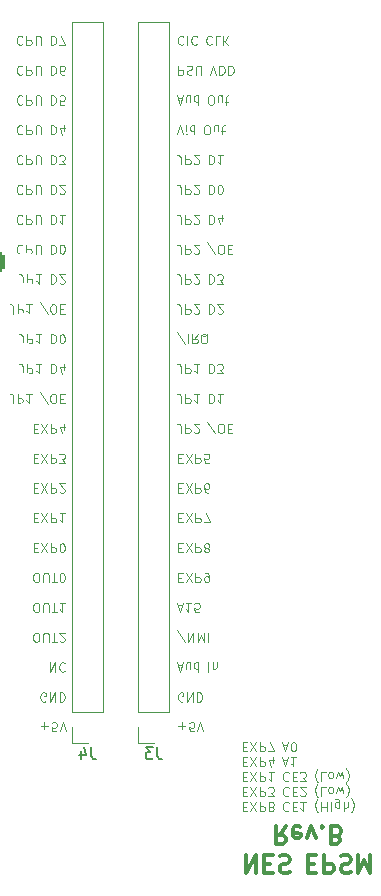
<source format=gbr>
%TF.GenerationSoftware,KiCad,Pcbnew,(7.0.0-0)*%
%TF.CreationDate,2023-03-31T09:05:14+02:00*%
%TF.ProjectId,Nes Sound Expansion,4e657320-536f-4756-9e64-20457870616e,rev?*%
%TF.SameCoordinates,Original*%
%TF.FileFunction,Legend,Bot*%
%TF.FilePolarity,Positive*%
%FSLAX46Y46*%
G04 Gerber Fmt 4.6, Leading zero omitted, Abs format (unit mm)*
G04 Created by KiCad (PCBNEW (7.0.0-0)) date 2023-03-31 09:05:14*
%MOMM*%
%LPD*%
G01*
G04 APERTURE LIST*
G04 Aperture macros list*
%AMRoundRect*
0 Rectangle with rounded corners*
0 $1 Rounding radius*
0 $2 $3 $4 $5 $6 $7 $8 $9 X,Y pos of 4 corners*
0 Add a 4 corners polygon primitive as box body*
4,1,4,$2,$3,$4,$5,$6,$7,$8,$9,$2,$3,0*
0 Add four circle primitives for the rounded corners*
1,1,$1+$1,$2,$3*
1,1,$1+$1,$4,$5*
1,1,$1+$1,$6,$7*
1,1,$1+$1,$8,$9*
0 Add four rect primitives between the rounded corners*
20,1,$1+$1,$2,$3,$4,$5,0*
20,1,$1+$1,$4,$5,$6,$7,0*
20,1,$1+$1,$6,$7,$8,$9,0*
20,1,$1+$1,$8,$9,$2,$3,0*%
G04 Aperture macros list end*
%ADD10C,0.300000*%
%ADD11C,0.100000*%
%ADD12C,0.150000*%
%ADD13C,0.120000*%
%ADD14C,1.500000*%
%ADD15RoundRect,0.250000X-0.600000X-0.600000X0.600000X-0.600000X0.600000X0.600000X-0.600000X0.600000X0*%
%ADD16C,1.700000*%
%ADD17R,1.700000X1.700000*%
%ADD18O,1.700000X1.700000*%
G04 APERTURE END LIST*
D10*
X121093571Y-120043928D02*
X121093571Y-121543928D01*
X121093571Y-121543928D02*
X121950714Y-120043928D01*
X121950714Y-120043928D02*
X121950714Y-121543928D01*
X122665000Y-120829642D02*
X123165000Y-120829642D01*
X123379286Y-120043928D02*
X122665000Y-120043928D01*
X122665000Y-120043928D02*
X122665000Y-121543928D01*
X122665000Y-121543928D02*
X123379286Y-121543928D01*
X123950715Y-120115357D02*
X124165001Y-120043928D01*
X124165001Y-120043928D02*
X124522143Y-120043928D01*
X124522143Y-120043928D02*
X124665001Y-120115357D01*
X124665001Y-120115357D02*
X124736429Y-120186785D01*
X124736429Y-120186785D02*
X124807858Y-120329642D01*
X124807858Y-120329642D02*
X124807858Y-120472500D01*
X124807858Y-120472500D02*
X124736429Y-120615357D01*
X124736429Y-120615357D02*
X124665001Y-120686785D01*
X124665001Y-120686785D02*
X124522143Y-120758214D01*
X124522143Y-120758214D02*
X124236429Y-120829642D01*
X124236429Y-120829642D02*
X124093572Y-120901071D01*
X124093572Y-120901071D02*
X124022143Y-120972500D01*
X124022143Y-120972500D02*
X123950715Y-121115357D01*
X123950715Y-121115357D02*
X123950715Y-121258214D01*
X123950715Y-121258214D02*
X124022143Y-121401071D01*
X124022143Y-121401071D02*
X124093572Y-121472500D01*
X124093572Y-121472500D02*
X124236429Y-121543928D01*
X124236429Y-121543928D02*
X124593572Y-121543928D01*
X124593572Y-121543928D02*
X124807858Y-121472500D01*
X126350714Y-120829642D02*
X126850714Y-120829642D01*
X127065000Y-120043928D02*
X126350714Y-120043928D01*
X126350714Y-120043928D02*
X126350714Y-121543928D01*
X126350714Y-121543928D02*
X127065000Y-121543928D01*
X127707857Y-120043928D02*
X127707857Y-121543928D01*
X127707857Y-121543928D02*
X128279286Y-121543928D01*
X128279286Y-121543928D02*
X128422143Y-121472500D01*
X128422143Y-121472500D02*
X128493572Y-121401071D01*
X128493572Y-121401071D02*
X128565000Y-121258214D01*
X128565000Y-121258214D02*
X128565000Y-121043928D01*
X128565000Y-121043928D02*
X128493572Y-120901071D01*
X128493572Y-120901071D02*
X128422143Y-120829642D01*
X128422143Y-120829642D02*
X128279286Y-120758214D01*
X128279286Y-120758214D02*
X127707857Y-120758214D01*
X129136429Y-120115357D02*
X129350715Y-120043928D01*
X129350715Y-120043928D02*
X129707857Y-120043928D01*
X129707857Y-120043928D02*
X129850715Y-120115357D01*
X129850715Y-120115357D02*
X129922143Y-120186785D01*
X129922143Y-120186785D02*
X129993572Y-120329642D01*
X129993572Y-120329642D02*
X129993572Y-120472500D01*
X129993572Y-120472500D02*
X129922143Y-120615357D01*
X129922143Y-120615357D02*
X129850715Y-120686785D01*
X129850715Y-120686785D02*
X129707857Y-120758214D01*
X129707857Y-120758214D02*
X129422143Y-120829642D01*
X129422143Y-120829642D02*
X129279286Y-120901071D01*
X129279286Y-120901071D02*
X129207857Y-120972500D01*
X129207857Y-120972500D02*
X129136429Y-121115357D01*
X129136429Y-121115357D02*
X129136429Y-121258214D01*
X129136429Y-121258214D02*
X129207857Y-121401071D01*
X129207857Y-121401071D02*
X129279286Y-121472500D01*
X129279286Y-121472500D02*
X129422143Y-121543928D01*
X129422143Y-121543928D02*
X129779286Y-121543928D01*
X129779286Y-121543928D02*
X129993572Y-121472500D01*
X130636428Y-120043928D02*
X130636428Y-121543928D01*
X130636428Y-121543928D02*
X131136428Y-120472500D01*
X131136428Y-120472500D02*
X131636428Y-121543928D01*
X131636428Y-121543928D02*
X131636428Y-120043928D01*
X124507857Y-117613928D02*
X124007857Y-118328214D01*
X123650714Y-117613928D02*
X123650714Y-119113928D01*
X123650714Y-119113928D02*
X124222143Y-119113928D01*
X124222143Y-119113928D02*
X124365000Y-119042500D01*
X124365000Y-119042500D02*
X124436429Y-118971071D01*
X124436429Y-118971071D02*
X124507857Y-118828214D01*
X124507857Y-118828214D02*
X124507857Y-118613928D01*
X124507857Y-118613928D02*
X124436429Y-118471071D01*
X124436429Y-118471071D02*
X124365000Y-118399642D01*
X124365000Y-118399642D02*
X124222143Y-118328214D01*
X124222143Y-118328214D02*
X123650714Y-118328214D01*
X125722143Y-117685357D02*
X125579286Y-117613928D01*
X125579286Y-117613928D02*
X125293572Y-117613928D01*
X125293572Y-117613928D02*
X125150714Y-117685357D01*
X125150714Y-117685357D02*
X125079286Y-117828214D01*
X125079286Y-117828214D02*
X125079286Y-118399642D01*
X125079286Y-118399642D02*
X125150714Y-118542500D01*
X125150714Y-118542500D02*
X125293572Y-118613928D01*
X125293572Y-118613928D02*
X125579286Y-118613928D01*
X125579286Y-118613928D02*
X125722143Y-118542500D01*
X125722143Y-118542500D02*
X125793572Y-118399642D01*
X125793572Y-118399642D02*
X125793572Y-118256785D01*
X125793572Y-118256785D02*
X125079286Y-118113928D01*
X126293571Y-118613928D02*
X126650714Y-117613928D01*
X126650714Y-117613928D02*
X127007857Y-118613928D01*
X127579285Y-117756785D02*
X127650714Y-117685357D01*
X127650714Y-117685357D02*
X127579285Y-117613928D01*
X127579285Y-117613928D02*
X127507857Y-117685357D01*
X127507857Y-117685357D02*
X127579285Y-117756785D01*
X127579285Y-117756785D02*
X127579285Y-117613928D01*
X128793571Y-118399642D02*
X129007857Y-118328214D01*
X129007857Y-118328214D02*
X129079286Y-118256785D01*
X129079286Y-118256785D02*
X129150714Y-118113928D01*
X129150714Y-118113928D02*
X129150714Y-117899642D01*
X129150714Y-117899642D02*
X129079286Y-117756785D01*
X129079286Y-117756785D02*
X129007857Y-117685357D01*
X129007857Y-117685357D02*
X128865000Y-117613928D01*
X128865000Y-117613928D02*
X128293571Y-117613928D01*
X128293571Y-117613928D02*
X128293571Y-119113928D01*
X128293571Y-119113928D02*
X128793571Y-119113928D01*
X128793571Y-119113928D02*
X128936429Y-119042500D01*
X128936429Y-119042500D02*
X129007857Y-118971071D01*
X129007857Y-118971071D02*
X129079286Y-118828214D01*
X129079286Y-118828214D02*
X129079286Y-118685357D01*
X129079286Y-118685357D02*
X129007857Y-118542500D01*
X129007857Y-118542500D02*
X128936429Y-118471071D01*
X128936429Y-118471071D02*
X128793571Y-118399642D01*
X128793571Y-118399642D02*
X128293571Y-118399642D01*
D11*
X120835714Y-115933214D02*
X121095714Y-115933214D01*
X121207142Y-115524642D02*
X120835714Y-115524642D01*
X120835714Y-115524642D02*
X120835714Y-116304642D01*
X120835714Y-116304642D02*
X121207142Y-116304642D01*
X121467142Y-116304642D02*
X121987142Y-115524642D01*
X121987142Y-116304642D02*
X121467142Y-115524642D01*
X122284285Y-115524642D02*
X122284285Y-116304642D01*
X122284285Y-116304642D02*
X122581428Y-116304642D01*
X122581428Y-116304642D02*
X122655713Y-116267500D01*
X122655713Y-116267500D02*
X122692856Y-116230357D01*
X122692856Y-116230357D02*
X122729999Y-116156071D01*
X122729999Y-116156071D02*
X122729999Y-116044642D01*
X122729999Y-116044642D02*
X122692856Y-115970357D01*
X122692856Y-115970357D02*
X122655713Y-115933214D01*
X122655713Y-115933214D02*
X122581428Y-115896071D01*
X122581428Y-115896071D02*
X122284285Y-115896071D01*
X123175713Y-115970357D02*
X123101428Y-116007500D01*
X123101428Y-116007500D02*
X123064285Y-116044642D01*
X123064285Y-116044642D02*
X123027142Y-116118928D01*
X123027142Y-116118928D02*
X123027142Y-116156071D01*
X123027142Y-116156071D02*
X123064285Y-116230357D01*
X123064285Y-116230357D02*
X123101428Y-116267500D01*
X123101428Y-116267500D02*
X123175713Y-116304642D01*
X123175713Y-116304642D02*
X123324285Y-116304642D01*
X123324285Y-116304642D02*
X123398571Y-116267500D01*
X123398571Y-116267500D02*
X123435713Y-116230357D01*
X123435713Y-116230357D02*
X123472856Y-116156071D01*
X123472856Y-116156071D02*
X123472856Y-116118928D01*
X123472856Y-116118928D02*
X123435713Y-116044642D01*
X123435713Y-116044642D02*
X123398571Y-116007500D01*
X123398571Y-116007500D02*
X123324285Y-115970357D01*
X123324285Y-115970357D02*
X123175713Y-115970357D01*
X123175713Y-115970357D02*
X123101428Y-115933214D01*
X123101428Y-115933214D02*
X123064285Y-115896071D01*
X123064285Y-115896071D02*
X123027142Y-115821785D01*
X123027142Y-115821785D02*
X123027142Y-115673214D01*
X123027142Y-115673214D02*
X123064285Y-115598928D01*
X123064285Y-115598928D02*
X123101428Y-115561785D01*
X123101428Y-115561785D02*
X123175713Y-115524642D01*
X123175713Y-115524642D02*
X123324285Y-115524642D01*
X123324285Y-115524642D02*
X123398571Y-115561785D01*
X123398571Y-115561785D02*
X123435713Y-115598928D01*
X123435713Y-115598928D02*
X123472856Y-115673214D01*
X123472856Y-115673214D02*
X123472856Y-115821785D01*
X123472856Y-115821785D02*
X123435713Y-115896071D01*
X123435713Y-115896071D02*
X123398571Y-115933214D01*
X123398571Y-115933214D02*
X123324285Y-115970357D01*
X124720856Y-115598928D02*
X124683713Y-115561785D01*
X124683713Y-115561785D02*
X124572285Y-115524642D01*
X124572285Y-115524642D02*
X124497999Y-115524642D01*
X124497999Y-115524642D02*
X124386570Y-115561785D01*
X124386570Y-115561785D02*
X124312285Y-115636071D01*
X124312285Y-115636071D02*
X124275142Y-115710357D01*
X124275142Y-115710357D02*
X124237999Y-115858928D01*
X124237999Y-115858928D02*
X124237999Y-115970357D01*
X124237999Y-115970357D02*
X124275142Y-116118928D01*
X124275142Y-116118928D02*
X124312285Y-116193214D01*
X124312285Y-116193214D02*
X124386570Y-116267500D01*
X124386570Y-116267500D02*
X124497999Y-116304642D01*
X124497999Y-116304642D02*
X124572285Y-116304642D01*
X124572285Y-116304642D02*
X124683713Y-116267500D01*
X124683713Y-116267500D02*
X124720856Y-116230357D01*
X125055142Y-115933214D02*
X125315142Y-115933214D01*
X125426570Y-115524642D02*
X125055142Y-115524642D01*
X125055142Y-115524642D02*
X125055142Y-116304642D01*
X125055142Y-116304642D02*
X125426570Y-116304642D01*
X126169427Y-115524642D02*
X125723713Y-115524642D01*
X125946570Y-115524642D02*
X125946570Y-116304642D01*
X125946570Y-116304642D02*
X125872284Y-116193214D01*
X125872284Y-116193214D02*
X125797999Y-116118928D01*
X125797999Y-116118928D02*
X125723713Y-116081785D01*
X127194570Y-115227500D02*
X127157427Y-115264642D01*
X127157427Y-115264642D02*
X127083141Y-115376071D01*
X127083141Y-115376071D02*
X127045999Y-115450357D01*
X127045999Y-115450357D02*
X127008856Y-115561785D01*
X127008856Y-115561785D02*
X126971713Y-115747500D01*
X126971713Y-115747500D02*
X126971713Y-115896071D01*
X126971713Y-115896071D02*
X127008856Y-116081785D01*
X127008856Y-116081785D02*
X127045999Y-116193214D01*
X127045999Y-116193214D02*
X127083141Y-116267500D01*
X127083141Y-116267500D02*
X127157427Y-116378928D01*
X127157427Y-116378928D02*
X127194570Y-116416071D01*
X127491713Y-115524642D02*
X127491713Y-116304642D01*
X127491713Y-115933214D02*
X127937427Y-115933214D01*
X127937427Y-115524642D02*
X127937427Y-116304642D01*
X128308856Y-115524642D02*
X128308856Y-116304642D01*
X129014571Y-116044642D02*
X129014571Y-115413214D01*
X129014571Y-115413214D02*
X128977428Y-115338928D01*
X128977428Y-115338928D02*
X128940285Y-115301785D01*
X128940285Y-115301785D02*
X128865999Y-115264642D01*
X128865999Y-115264642D02*
X128754571Y-115264642D01*
X128754571Y-115264642D02*
X128680285Y-115301785D01*
X129014571Y-115561785D02*
X128940285Y-115524642D01*
X128940285Y-115524642D02*
X128791713Y-115524642D01*
X128791713Y-115524642D02*
X128717428Y-115561785D01*
X128717428Y-115561785D02*
X128680285Y-115598928D01*
X128680285Y-115598928D02*
X128643142Y-115673214D01*
X128643142Y-115673214D02*
X128643142Y-115896071D01*
X128643142Y-115896071D02*
X128680285Y-115970357D01*
X128680285Y-115970357D02*
X128717428Y-116007500D01*
X128717428Y-116007500D02*
X128791713Y-116044642D01*
X128791713Y-116044642D02*
X128940285Y-116044642D01*
X128940285Y-116044642D02*
X129014571Y-116007500D01*
X129385999Y-115524642D02*
X129385999Y-116304642D01*
X129720285Y-115524642D02*
X129720285Y-115933214D01*
X129720285Y-115933214D02*
X129683142Y-116007500D01*
X129683142Y-116007500D02*
X129608856Y-116044642D01*
X129608856Y-116044642D02*
X129497427Y-116044642D01*
X129497427Y-116044642D02*
X129423142Y-116007500D01*
X129423142Y-116007500D02*
X129385999Y-115970357D01*
X130017427Y-115227500D02*
X130054570Y-115264642D01*
X130054570Y-115264642D02*
X130128856Y-115376071D01*
X130128856Y-115376071D02*
X130165999Y-115450357D01*
X130165999Y-115450357D02*
X130203141Y-115561785D01*
X130203141Y-115561785D02*
X130240284Y-115747500D01*
X130240284Y-115747500D02*
X130240284Y-115896071D01*
X130240284Y-115896071D02*
X130203141Y-116081785D01*
X130203141Y-116081785D02*
X130165999Y-116193214D01*
X130165999Y-116193214D02*
X130128856Y-116267500D01*
X130128856Y-116267500D02*
X130054570Y-116378928D01*
X130054570Y-116378928D02*
X130017427Y-116416071D01*
X120835714Y-114669614D02*
X121095714Y-114669614D01*
X121207142Y-114261042D02*
X120835714Y-114261042D01*
X120835714Y-114261042D02*
X120835714Y-115041042D01*
X120835714Y-115041042D02*
X121207142Y-115041042D01*
X121467142Y-115041042D02*
X121987142Y-114261042D01*
X121987142Y-115041042D02*
X121467142Y-114261042D01*
X122284285Y-114261042D02*
X122284285Y-115041042D01*
X122284285Y-115041042D02*
X122581428Y-115041042D01*
X122581428Y-115041042D02*
X122655713Y-115003900D01*
X122655713Y-115003900D02*
X122692856Y-114966757D01*
X122692856Y-114966757D02*
X122729999Y-114892471D01*
X122729999Y-114892471D02*
X122729999Y-114781042D01*
X122729999Y-114781042D02*
X122692856Y-114706757D01*
X122692856Y-114706757D02*
X122655713Y-114669614D01*
X122655713Y-114669614D02*
X122581428Y-114632471D01*
X122581428Y-114632471D02*
X122284285Y-114632471D01*
X122989999Y-115041042D02*
X123472856Y-115041042D01*
X123472856Y-115041042D02*
X123212856Y-114743900D01*
X123212856Y-114743900D02*
X123324285Y-114743900D01*
X123324285Y-114743900D02*
X123398571Y-114706757D01*
X123398571Y-114706757D02*
X123435713Y-114669614D01*
X123435713Y-114669614D02*
X123472856Y-114595328D01*
X123472856Y-114595328D02*
X123472856Y-114409614D01*
X123472856Y-114409614D02*
X123435713Y-114335328D01*
X123435713Y-114335328D02*
X123398571Y-114298185D01*
X123398571Y-114298185D02*
X123324285Y-114261042D01*
X123324285Y-114261042D02*
X123101428Y-114261042D01*
X123101428Y-114261042D02*
X123027142Y-114298185D01*
X123027142Y-114298185D02*
X122989999Y-114335328D01*
X124720856Y-114335328D02*
X124683713Y-114298185D01*
X124683713Y-114298185D02*
X124572285Y-114261042D01*
X124572285Y-114261042D02*
X124497999Y-114261042D01*
X124497999Y-114261042D02*
X124386570Y-114298185D01*
X124386570Y-114298185D02*
X124312285Y-114372471D01*
X124312285Y-114372471D02*
X124275142Y-114446757D01*
X124275142Y-114446757D02*
X124237999Y-114595328D01*
X124237999Y-114595328D02*
X124237999Y-114706757D01*
X124237999Y-114706757D02*
X124275142Y-114855328D01*
X124275142Y-114855328D02*
X124312285Y-114929614D01*
X124312285Y-114929614D02*
X124386570Y-115003900D01*
X124386570Y-115003900D02*
X124497999Y-115041042D01*
X124497999Y-115041042D02*
X124572285Y-115041042D01*
X124572285Y-115041042D02*
X124683713Y-115003900D01*
X124683713Y-115003900D02*
X124720856Y-114966757D01*
X125055142Y-114669614D02*
X125315142Y-114669614D01*
X125426570Y-114261042D02*
X125055142Y-114261042D01*
X125055142Y-114261042D02*
X125055142Y-115041042D01*
X125055142Y-115041042D02*
X125426570Y-115041042D01*
X125723713Y-114966757D02*
X125760856Y-115003900D01*
X125760856Y-115003900D02*
X125835142Y-115041042D01*
X125835142Y-115041042D02*
X126020856Y-115041042D01*
X126020856Y-115041042D02*
X126095142Y-115003900D01*
X126095142Y-115003900D02*
X126132284Y-114966757D01*
X126132284Y-114966757D02*
X126169427Y-114892471D01*
X126169427Y-114892471D02*
X126169427Y-114818185D01*
X126169427Y-114818185D02*
X126132284Y-114706757D01*
X126132284Y-114706757D02*
X125686570Y-114261042D01*
X125686570Y-114261042D02*
X126169427Y-114261042D01*
X127194570Y-113963900D02*
X127157427Y-114001042D01*
X127157427Y-114001042D02*
X127083141Y-114112471D01*
X127083141Y-114112471D02*
X127045999Y-114186757D01*
X127045999Y-114186757D02*
X127008856Y-114298185D01*
X127008856Y-114298185D02*
X126971713Y-114483900D01*
X126971713Y-114483900D02*
X126971713Y-114632471D01*
X126971713Y-114632471D02*
X127008856Y-114818185D01*
X127008856Y-114818185D02*
X127045999Y-114929614D01*
X127045999Y-114929614D02*
X127083141Y-115003900D01*
X127083141Y-115003900D02*
X127157427Y-115115328D01*
X127157427Y-115115328D02*
X127194570Y-115152471D01*
X127863141Y-114261042D02*
X127491713Y-114261042D01*
X127491713Y-114261042D02*
X127491713Y-115041042D01*
X128234570Y-114261042D02*
X128160285Y-114298185D01*
X128160285Y-114298185D02*
X128123142Y-114335328D01*
X128123142Y-114335328D02*
X128085999Y-114409614D01*
X128085999Y-114409614D02*
X128085999Y-114632471D01*
X128085999Y-114632471D02*
X128123142Y-114706757D01*
X128123142Y-114706757D02*
X128160285Y-114743900D01*
X128160285Y-114743900D02*
X128234570Y-114781042D01*
X128234570Y-114781042D02*
X128345999Y-114781042D01*
X128345999Y-114781042D02*
X128420285Y-114743900D01*
X128420285Y-114743900D02*
X128457428Y-114706757D01*
X128457428Y-114706757D02*
X128494570Y-114632471D01*
X128494570Y-114632471D02*
X128494570Y-114409614D01*
X128494570Y-114409614D02*
X128457428Y-114335328D01*
X128457428Y-114335328D02*
X128420285Y-114298185D01*
X128420285Y-114298185D02*
X128345999Y-114261042D01*
X128345999Y-114261042D02*
X128234570Y-114261042D01*
X128754570Y-114781042D02*
X128903142Y-114261042D01*
X128903142Y-114261042D02*
X129051713Y-114632471D01*
X129051713Y-114632471D02*
X129200284Y-114261042D01*
X129200284Y-114261042D02*
X129348856Y-114781042D01*
X129571713Y-113963900D02*
X129608856Y-114001042D01*
X129608856Y-114001042D02*
X129683142Y-114112471D01*
X129683142Y-114112471D02*
X129720285Y-114186757D01*
X129720285Y-114186757D02*
X129757427Y-114298185D01*
X129757427Y-114298185D02*
X129794570Y-114483900D01*
X129794570Y-114483900D02*
X129794570Y-114632471D01*
X129794570Y-114632471D02*
X129757427Y-114818185D01*
X129757427Y-114818185D02*
X129720285Y-114929614D01*
X129720285Y-114929614D02*
X129683142Y-115003900D01*
X129683142Y-115003900D02*
X129608856Y-115115328D01*
X129608856Y-115115328D02*
X129571713Y-115152471D01*
X120835714Y-113406014D02*
X121095714Y-113406014D01*
X121207142Y-112997442D02*
X120835714Y-112997442D01*
X120835714Y-112997442D02*
X120835714Y-113777442D01*
X120835714Y-113777442D02*
X121207142Y-113777442D01*
X121467142Y-113777442D02*
X121987142Y-112997442D01*
X121987142Y-113777442D02*
X121467142Y-112997442D01*
X122284285Y-112997442D02*
X122284285Y-113777442D01*
X122284285Y-113777442D02*
X122581428Y-113777442D01*
X122581428Y-113777442D02*
X122655713Y-113740300D01*
X122655713Y-113740300D02*
X122692856Y-113703157D01*
X122692856Y-113703157D02*
X122729999Y-113628871D01*
X122729999Y-113628871D02*
X122729999Y-113517442D01*
X122729999Y-113517442D02*
X122692856Y-113443157D01*
X122692856Y-113443157D02*
X122655713Y-113406014D01*
X122655713Y-113406014D02*
X122581428Y-113368871D01*
X122581428Y-113368871D02*
X122284285Y-113368871D01*
X123472856Y-112997442D02*
X123027142Y-112997442D01*
X123249999Y-112997442D02*
X123249999Y-113777442D01*
X123249999Y-113777442D02*
X123175713Y-113666014D01*
X123175713Y-113666014D02*
X123101428Y-113591728D01*
X123101428Y-113591728D02*
X123027142Y-113554585D01*
X124720856Y-113071728D02*
X124683713Y-113034585D01*
X124683713Y-113034585D02*
X124572285Y-112997442D01*
X124572285Y-112997442D02*
X124497999Y-112997442D01*
X124497999Y-112997442D02*
X124386570Y-113034585D01*
X124386570Y-113034585D02*
X124312285Y-113108871D01*
X124312285Y-113108871D02*
X124275142Y-113183157D01*
X124275142Y-113183157D02*
X124237999Y-113331728D01*
X124237999Y-113331728D02*
X124237999Y-113443157D01*
X124237999Y-113443157D02*
X124275142Y-113591728D01*
X124275142Y-113591728D02*
X124312285Y-113666014D01*
X124312285Y-113666014D02*
X124386570Y-113740300D01*
X124386570Y-113740300D02*
X124497999Y-113777442D01*
X124497999Y-113777442D02*
X124572285Y-113777442D01*
X124572285Y-113777442D02*
X124683713Y-113740300D01*
X124683713Y-113740300D02*
X124720856Y-113703157D01*
X125055142Y-113406014D02*
X125315142Y-113406014D01*
X125426570Y-112997442D02*
X125055142Y-112997442D01*
X125055142Y-112997442D02*
X125055142Y-113777442D01*
X125055142Y-113777442D02*
X125426570Y-113777442D01*
X125686570Y-113777442D02*
X126169427Y-113777442D01*
X126169427Y-113777442D02*
X125909427Y-113480300D01*
X125909427Y-113480300D02*
X126020856Y-113480300D01*
X126020856Y-113480300D02*
X126095142Y-113443157D01*
X126095142Y-113443157D02*
X126132284Y-113406014D01*
X126132284Y-113406014D02*
X126169427Y-113331728D01*
X126169427Y-113331728D02*
X126169427Y-113146014D01*
X126169427Y-113146014D02*
X126132284Y-113071728D01*
X126132284Y-113071728D02*
X126095142Y-113034585D01*
X126095142Y-113034585D02*
X126020856Y-112997442D01*
X126020856Y-112997442D02*
X125797999Y-112997442D01*
X125797999Y-112997442D02*
X125723713Y-113034585D01*
X125723713Y-113034585D02*
X125686570Y-113071728D01*
X127194570Y-112700300D02*
X127157427Y-112737442D01*
X127157427Y-112737442D02*
X127083141Y-112848871D01*
X127083141Y-112848871D02*
X127045999Y-112923157D01*
X127045999Y-112923157D02*
X127008856Y-113034585D01*
X127008856Y-113034585D02*
X126971713Y-113220300D01*
X126971713Y-113220300D02*
X126971713Y-113368871D01*
X126971713Y-113368871D02*
X127008856Y-113554585D01*
X127008856Y-113554585D02*
X127045999Y-113666014D01*
X127045999Y-113666014D02*
X127083141Y-113740300D01*
X127083141Y-113740300D02*
X127157427Y-113851728D01*
X127157427Y-113851728D02*
X127194570Y-113888871D01*
X127863141Y-112997442D02*
X127491713Y-112997442D01*
X127491713Y-112997442D02*
X127491713Y-113777442D01*
X128234570Y-112997442D02*
X128160285Y-113034585D01*
X128160285Y-113034585D02*
X128123142Y-113071728D01*
X128123142Y-113071728D02*
X128085999Y-113146014D01*
X128085999Y-113146014D02*
X128085999Y-113368871D01*
X128085999Y-113368871D02*
X128123142Y-113443157D01*
X128123142Y-113443157D02*
X128160285Y-113480300D01*
X128160285Y-113480300D02*
X128234570Y-113517442D01*
X128234570Y-113517442D02*
X128345999Y-113517442D01*
X128345999Y-113517442D02*
X128420285Y-113480300D01*
X128420285Y-113480300D02*
X128457428Y-113443157D01*
X128457428Y-113443157D02*
X128494570Y-113368871D01*
X128494570Y-113368871D02*
X128494570Y-113146014D01*
X128494570Y-113146014D02*
X128457428Y-113071728D01*
X128457428Y-113071728D02*
X128420285Y-113034585D01*
X128420285Y-113034585D02*
X128345999Y-112997442D01*
X128345999Y-112997442D02*
X128234570Y-112997442D01*
X128754570Y-113517442D02*
X128903142Y-112997442D01*
X128903142Y-112997442D02*
X129051713Y-113368871D01*
X129051713Y-113368871D02*
X129200284Y-112997442D01*
X129200284Y-112997442D02*
X129348856Y-113517442D01*
X129571713Y-112700300D02*
X129608856Y-112737442D01*
X129608856Y-112737442D02*
X129683142Y-112848871D01*
X129683142Y-112848871D02*
X129720285Y-112923157D01*
X129720285Y-112923157D02*
X129757427Y-113034585D01*
X129757427Y-113034585D02*
X129794570Y-113220300D01*
X129794570Y-113220300D02*
X129794570Y-113368871D01*
X129794570Y-113368871D02*
X129757427Y-113554585D01*
X129757427Y-113554585D02*
X129720285Y-113666014D01*
X129720285Y-113666014D02*
X129683142Y-113740300D01*
X129683142Y-113740300D02*
X129608856Y-113851728D01*
X129608856Y-113851728D02*
X129571713Y-113888871D01*
X120835714Y-112142414D02*
X121095714Y-112142414D01*
X121207142Y-111733842D02*
X120835714Y-111733842D01*
X120835714Y-111733842D02*
X120835714Y-112513842D01*
X120835714Y-112513842D02*
X121207142Y-112513842D01*
X121467142Y-112513842D02*
X121987142Y-111733842D01*
X121987142Y-112513842D02*
X121467142Y-111733842D01*
X122284285Y-111733842D02*
X122284285Y-112513842D01*
X122284285Y-112513842D02*
X122581428Y-112513842D01*
X122581428Y-112513842D02*
X122655713Y-112476700D01*
X122655713Y-112476700D02*
X122692856Y-112439557D01*
X122692856Y-112439557D02*
X122729999Y-112365271D01*
X122729999Y-112365271D02*
X122729999Y-112253842D01*
X122729999Y-112253842D02*
X122692856Y-112179557D01*
X122692856Y-112179557D02*
X122655713Y-112142414D01*
X122655713Y-112142414D02*
X122581428Y-112105271D01*
X122581428Y-112105271D02*
X122284285Y-112105271D01*
X123398571Y-112253842D02*
X123398571Y-111733842D01*
X123212856Y-112550985D02*
X123027142Y-111993842D01*
X123027142Y-111993842D02*
X123509999Y-111993842D01*
X124237999Y-111956700D02*
X124609428Y-111956700D01*
X124163713Y-111733842D02*
X124423713Y-112513842D01*
X124423713Y-112513842D02*
X124683713Y-111733842D01*
X125352284Y-111733842D02*
X124906570Y-111733842D01*
X125129427Y-111733842D02*
X125129427Y-112513842D01*
X125129427Y-112513842D02*
X125055141Y-112402414D01*
X125055141Y-112402414D02*
X124980856Y-112328128D01*
X124980856Y-112328128D02*
X124906570Y-112290985D01*
X120835714Y-110878814D02*
X121095714Y-110878814D01*
X121207142Y-110470242D02*
X120835714Y-110470242D01*
X120835714Y-110470242D02*
X120835714Y-111250242D01*
X120835714Y-111250242D02*
X121207142Y-111250242D01*
X121467142Y-111250242D02*
X121987142Y-110470242D01*
X121987142Y-111250242D02*
X121467142Y-110470242D01*
X122284285Y-110470242D02*
X122284285Y-111250242D01*
X122284285Y-111250242D02*
X122581428Y-111250242D01*
X122581428Y-111250242D02*
X122655713Y-111213100D01*
X122655713Y-111213100D02*
X122692856Y-111175957D01*
X122692856Y-111175957D02*
X122729999Y-111101671D01*
X122729999Y-111101671D02*
X122729999Y-110990242D01*
X122729999Y-110990242D02*
X122692856Y-110915957D01*
X122692856Y-110915957D02*
X122655713Y-110878814D01*
X122655713Y-110878814D02*
X122581428Y-110841671D01*
X122581428Y-110841671D02*
X122284285Y-110841671D01*
X122989999Y-111250242D02*
X123509999Y-111250242D01*
X123509999Y-111250242D02*
X123175713Y-110470242D01*
X124237999Y-110693100D02*
X124609428Y-110693100D01*
X124163713Y-110470242D02*
X124423713Y-111250242D01*
X124423713Y-111250242D02*
X124683713Y-110470242D01*
X125092284Y-111250242D02*
X125166570Y-111250242D01*
X125166570Y-111250242D02*
X125240856Y-111213100D01*
X125240856Y-111213100D02*
X125277999Y-111175957D01*
X125277999Y-111175957D02*
X125315141Y-111101671D01*
X125315141Y-111101671D02*
X125352284Y-110953100D01*
X125352284Y-110953100D02*
X125352284Y-110767385D01*
X125352284Y-110767385D02*
X125315141Y-110618814D01*
X125315141Y-110618814D02*
X125277999Y-110544528D01*
X125277999Y-110544528D02*
X125240856Y-110507385D01*
X125240856Y-110507385D02*
X125166570Y-110470242D01*
X125166570Y-110470242D02*
X125092284Y-110470242D01*
X125092284Y-110470242D02*
X125017999Y-110507385D01*
X125017999Y-110507385D02*
X124980856Y-110544528D01*
X124980856Y-110544528D02*
X124943713Y-110618814D01*
X124943713Y-110618814D02*
X124906570Y-110767385D01*
X124906570Y-110767385D02*
X124906570Y-110953100D01*
X124906570Y-110953100D02*
X124943713Y-111101671D01*
X124943713Y-111101671D02*
X124980856Y-111175957D01*
X124980856Y-111175957D02*
X125017999Y-111213100D01*
X125017999Y-111213100D02*
X125092284Y-111250242D01*
X115374714Y-109083385D02*
X115969000Y-109083385D01*
X115671857Y-108786242D02*
X115671857Y-109380528D01*
X116711856Y-109566242D02*
X116340428Y-109566242D01*
X116340428Y-109566242D02*
X116303285Y-109194814D01*
X116303285Y-109194814D02*
X116340428Y-109231957D01*
X116340428Y-109231957D02*
X116414714Y-109269100D01*
X116414714Y-109269100D02*
X116600428Y-109269100D01*
X116600428Y-109269100D02*
X116674714Y-109231957D01*
X116674714Y-109231957D02*
X116711856Y-109194814D01*
X116711856Y-109194814D02*
X116748999Y-109120528D01*
X116748999Y-109120528D02*
X116748999Y-108934814D01*
X116748999Y-108934814D02*
X116711856Y-108860528D01*
X116711856Y-108860528D02*
X116674714Y-108823385D01*
X116674714Y-108823385D02*
X116600428Y-108786242D01*
X116600428Y-108786242D02*
X116414714Y-108786242D01*
X116414714Y-108786242D02*
X116340428Y-108823385D01*
X116340428Y-108823385D02*
X116303285Y-108860528D01*
X116971856Y-109566242D02*
X117231856Y-108786242D01*
X117231856Y-108786242D02*
X117491856Y-109566242D01*
X115783285Y-107001900D02*
X115709000Y-107039042D01*
X115709000Y-107039042D02*
X115597571Y-107039042D01*
X115597571Y-107039042D02*
X115486142Y-107001900D01*
X115486142Y-107001900D02*
X115411857Y-106927614D01*
X115411857Y-106927614D02*
X115374714Y-106853328D01*
X115374714Y-106853328D02*
X115337571Y-106704757D01*
X115337571Y-106704757D02*
X115337571Y-106593328D01*
X115337571Y-106593328D02*
X115374714Y-106444757D01*
X115374714Y-106444757D02*
X115411857Y-106370471D01*
X115411857Y-106370471D02*
X115486142Y-106296185D01*
X115486142Y-106296185D02*
X115597571Y-106259042D01*
X115597571Y-106259042D02*
X115671857Y-106259042D01*
X115671857Y-106259042D02*
X115783285Y-106296185D01*
X115783285Y-106296185D02*
X115820428Y-106333328D01*
X115820428Y-106333328D02*
X115820428Y-106593328D01*
X115820428Y-106593328D02*
X115671857Y-106593328D01*
X116154714Y-106259042D02*
X116154714Y-107039042D01*
X116154714Y-107039042D02*
X116600428Y-106259042D01*
X116600428Y-106259042D02*
X116600428Y-107039042D01*
X116971857Y-106259042D02*
X116971857Y-107039042D01*
X116971857Y-107039042D02*
X117157571Y-107039042D01*
X117157571Y-107039042D02*
X117269000Y-107001900D01*
X117269000Y-107001900D02*
X117343285Y-106927614D01*
X117343285Y-106927614D02*
X117380428Y-106853328D01*
X117380428Y-106853328D02*
X117417571Y-106704757D01*
X117417571Y-106704757D02*
X117417571Y-106593328D01*
X117417571Y-106593328D02*
X117380428Y-106444757D01*
X117380428Y-106444757D02*
X117343285Y-106370471D01*
X117343285Y-106370471D02*
X117269000Y-106296185D01*
X117269000Y-106296185D02*
X117157571Y-106259042D01*
X117157571Y-106259042D02*
X116971857Y-106259042D01*
X115337571Y-103954700D02*
X115709000Y-103954700D01*
X115263285Y-103731842D02*
X115523285Y-104511842D01*
X115523285Y-104511842D02*
X115783285Y-103731842D01*
X116377571Y-104251842D02*
X116377571Y-103731842D01*
X116043285Y-104251842D02*
X116043285Y-103843271D01*
X116043285Y-103843271D02*
X116080428Y-103768985D01*
X116080428Y-103768985D02*
X116154713Y-103731842D01*
X116154713Y-103731842D02*
X116266142Y-103731842D01*
X116266142Y-103731842D02*
X116340428Y-103768985D01*
X116340428Y-103768985D02*
X116377571Y-103806128D01*
X117083285Y-103731842D02*
X117083285Y-104511842D01*
X117083285Y-103768985D02*
X117008999Y-103731842D01*
X117008999Y-103731842D02*
X116860427Y-103731842D01*
X116860427Y-103731842D02*
X116786142Y-103768985D01*
X116786142Y-103768985D02*
X116748999Y-103806128D01*
X116748999Y-103806128D02*
X116711856Y-103880414D01*
X116711856Y-103880414D02*
X116711856Y-104103271D01*
X116711856Y-104103271D02*
X116748999Y-104177557D01*
X116748999Y-104177557D02*
X116786142Y-104214700D01*
X116786142Y-104214700D02*
X116860427Y-104251842D01*
X116860427Y-104251842D02*
X117008999Y-104251842D01*
X117008999Y-104251842D02*
X117083285Y-104214700D01*
X117922713Y-103731842D02*
X117922713Y-104511842D01*
X118294142Y-104251842D02*
X118294142Y-103731842D01*
X118294142Y-104177557D02*
X118331285Y-104214700D01*
X118331285Y-104214700D02*
X118405570Y-104251842D01*
X118405570Y-104251842D02*
X118516999Y-104251842D01*
X118516999Y-104251842D02*
X118591285Y-104214700D01*
X118591285Y-104214700D02*
X118628428Y-104140414D01*
X118628428Y-104140414D02*
X118628428Y-103731842D01*
X115931857Y-102021785D02*
X115263285Y-101018928D01*
X116191857Y-101204642D02*
X116191857Y-101984642D01*
X116191857Y-101984642D02*
X116637571Y-101204642D01*
X116637571Y-101204642D02*
X116637571Y-101984642D01*
X117009000Y-101204642D02*
X117009000Y-101984642D01*
X117009000Y-101984642D02*
X117269000Y-101427500D01*
X117269000Y-101427500D02*
X117529000Y-101984642D01*
X117529000Y-101984642D02*
X117529000Y-101204642D01*
X117900429Y-101204642D02*
X117900429Y-101984642D01*
X115337571Y-98900300D02*
X115709000Y-98900300D01*
X115263285Y-98677442D02*
X115523285Y-99457442D01*
X115523285Y-99457442D02*
X115783285Y-98677442D01*
X116451856Y-98677442D02*
X116006142Y-98677442D01*
X116228999Y-98677442D02*
X116228999Y-99457442D01*
X116228999Y-99457442D02*
X116154713Y-99346014D01*
X116154713Y-99346014D02*
X116080428Y-99271728D01*
X116080428Y-99271728D02*
X116006142Y-99234585D01*
X117157570Y-99457442D02*
X116786142Y-99457442D01*
X116786142Y-99457442D02*
X116748999Y-99086014D01*
X116748999Y-99086014D02*
X116786142Y-99123157D01*
X116786142Y-99123157D02*
X116860428Y-99160300D01*
X116860428Y-99160300D02*
X117046142Y-99160300D01*
X117046142Y-99160300D02*
X117120428Y-99123157D01*
X117120428Y-99123157D02*
X117157570Y-99086014D01*
X117157570Y-99086014D02*
X117194713Y-99011728D01*
X117194713Y-99011728D02*
X117194713Y-98826014D01*
X117194713Y-98826014D02*
X117157570Y-98751728D01*
X117157570Y-98751728D02*
X117120428Y-98714585D01*
X117120428Y-98714585D02*
X117046142Y-98677442D01*
X117046142Y-98677442D02*
X116860428Y-98677442D01*
X116860428Y-98677442D02*
X116786142Y-98714585D01*
X116786142Y-98714585D02*
X116748999Y-98751728D01*
X115374714Y-96558814D02*
X115634714Y-96558814D01*
X115746142Y-96150242D02*
X115374714Y-96150242D01*
X115374714Y-96150242D02*
X115374714Y-96930242D01*
X115374714Y-96930242D02*
X115746142Y-96930242D01*
X116006142Y-96930242D02*
X116526142Y-96150242D01*
X116526142Y-96930242D02*
X116006142Y-96150242D01*
X116823285Y-96150242D02*
X116823285Y-96930242D01*
X116823285Y-96930242D02*
X117120428Y-96930242D01*
X117120428Y-96930242D02*
X117194713Y-96893100D01*
X117194713Y-96893100D02*
X117231856Y-96855957D01*
X117231856Y-96855957D02*
X117268999Y-96781671D01*
X117268999Y-96781671D02*
X117268999Y-96670242D01*
X117268999Y-96670242D02*
X117231856Y-96595957D01*
X117231856Y-96595957D02*
X117194713Y-96558814D01*
X117194713Y-96558814D02*
X117120428Y-96521671D01*
X117120428Y-96521671D02*
X116823285Y-96521671D01*
X117640428Y-96150242D02*
X117788999Y-96150242D01*
X117788999Y-96150242D02*
X117863285Y-96187385D01*
X117863285Y-96187385D02*
X117900428Y-96224528D01*
X117900428Y-96224528D02*
X117974713Y-96335957D01*
X117974713Y-96335957D02*
X118011856Y-96484528D01*
X118011856Y-96484528D02*
X118011856Y-96781671D01*
X118011856Y-96781671D02*
X117974713Y-96855957D01*
X117974713Y-96855957D02*
X117937571Y-96893100D01*
X117937571Y-96893100D02*
X117863285Y-96930242D01*
X117863285Y-96930242D02*
X117714713Y-96930242D01*
X117714713Y-96930242D02*
X117640428Y-96893100D01*
X117640428Y-96893100D02*
X117603285Y-96855957D01*
X117603285Y-96855957D02*
X117566142Y-96781671D01*
X117566142Y-96781671D02*
X117566142Y-96595957D01*
X117566142Y-96595957D02*
X117603285Y-96521671D01*
X117603285Y-96521671D02*
X117640428Y-96484528D01*
X117640428Y-96484528D02*
X117714713Y-96447385D01*
X117714713Y-96447385D02*
X117863285Y-96447385D01*
X117863285Y-96447385D02*
X117937571Y-96484528D01*
X117937571Y-96484528D02*
X117974713Y-96521671D01*
X117974713Y-96521671D02*
X118011856Y-96595957D01*
X115374714Y-94031614D02*
X115634714Y-94031614D01*
X115746142Y-93623042D02*
X115374714Y-93623042D01*
X115374714Y-93623042D02*
X115374714Y-94403042D01*
X115374714Y-94403042D02*
X115746142Y-94403042D01*
X116006142Y-94403042D02*
X116526142Y-93623042D01*
X116526142Y-94403042D02*
X116006142Y-93623042D01*
X116823285Y-93623042D02*
X116823285Y-94403042D01*
X116823285Y-94403042D02*
X117120428Y-94403042D01*
X117120428Y-94403042D02*
X117194713Y-94365900D01*
X117194713Y-94365900D02*
X117231856Y-94328757D01*
X117231856Y-94328757D02*
X117268999Y-94254471D01*
X117268999Y-94254471D02*
X117268999Y-94143042D01*
X117268999Y-94143042D02*
X117231856Y-94068757D01*
X117231856Y-94068757D02*
X117194713Y-94031614D01*
X117194713Y-94031614D02*
X117120428Y-93994471D01*
X117120428Y-93994471D02*
X116823285Y-93994471D01*
X117714713Y-94068757D02*
X117640428Y-94105900D01*
X117640428Y-94105900D02*
X117603285Y-94143042D01*
X117603285Y-94143042D02*
X117566142Y-94217328D01*
X117566142Y-94217328D02*
X117566142Y-94254471D01*
X117566142Y-94254471D02*
X117603285Y-94328757D01*
X117603285Y-94328757D02*
X117640428Y-94365900D01*
X117640428Y-94365900D02*
X117714713Y-94403042D01*
X117714713Y-94403042D02*
X117863285Y-94403042D01*
X117863285Y-94403042D02*
X117937571Y-94365900D01*
X117937571Y-94365900D02*
X117974713Y-94328757D01*
X117974713Y-94328757D02*
X118011856Y-94254471D01*
X118011856Y-94254471D02*
X118011856Y-94217328D01*
X118011856Y-94217328D02*
X117974713Y-94143042D01*
X117974713Y-94143042D02*
X117937571Y-94105900D01*
X117937571Y-94105900D02*
X117863285Y-94068757D01*
X117863285Y-94068757D02*
X117714713Y-94068757D01*
X117714713Y-94068757D02*
X117640428Y-94031614D01*
X117640428Y-94031614D02*
X117603285Y-93994471D01*
X117603285Y-93994471D02*
X117566142Y-93920185D01*
X117566142Y-93920185D02*
X117566142Y-93771614D01*
X117566142Y-93771614D02*
X117603285Y-93697328D01*
X117603285Y-93697328D02*
X117640428Y-93660185D01*
X117640428Y-93660185D02*
X117714713Y-93623042D01*
X117714713Y-93623042D02*
X117863285Y-93623042D01*
X117863285Y-93623042D02*
X117937571Y-93660185D01*
X117937571Y-93660185D02*
X117974713Y-93697328D01*
X117974713Y-93697328D02*
X118011856Y-93771614D01*
X118011856Y-93771614D02*
X118011856Y-93920185D01*
X118011856Y-93920185D02*
X117974713Y-93994471D01*
X117974713Y-93994471D02*
X117937571Y-94031614D01*
X117937571Y-94031614D02*
X117863285Y-94068757D01*
X115374714Y-91504414D02*
X115634714Y-91504414D01*
X115746142Y-91095842D02*
X115374714Y-91095842D01*
X115374714Y-91095842D02*
X115374714Y-91875842D01*
X115374714Y-91875842D02*
X115746142Y-91875842D01*
X116006142Y-91875842D02*
X116526142Y-91095842D01*
X116526142Y-91875842D02*
X116006142Y-91095842D01*
X116823285Y-91095842D02*
X116823285Y-91875842D01*
X116823285Y-91875842D02*
X117120428Y-91875842D01*
X117120428Y-91875842D02*
X117194713Y-91838700D01*
X117194713Y-91838700D02*
X117231856Y-91801557D01*
X117231856Y-91801557D02*
X117268999Y-91727271D01*
X117268999Y-91727271D02*
X117268999Y-91615842D01*
X117268999Y-91615842D02*
X117231856Y-91541557D01*
X117231856Y-91541557D02*
X117194713Y-91504414D01*
X117194713Y-91504414D02*
X117120428Y-91467271D01*
X117120428Y-91467271D02*
X116823285Y-91467271D01*
X117528999Y-91875842D02*
X118048999Y-91875842D01*
X118048999Y-91875842D02*
X117714713Y-91095842D01*
X115374714Y-88977214D02*
X115634714Y-88977214D01*
X115746142Y-88568642D02*
X115374714Y-88568642D01*
X115374714Y-88568642D02*
X115374714Y-89348642D01*
X115374714Y-89348642D02*
X115746142Y-89348642D01*
X116006142Y-89348642D02*
X116526142Y-88568642D01*
X116526142Y-89348642D02*
X116006142Y-88568642D01*
X116823285Y-88568642D02*
X116823285Y-89348642D01*
X116823285Y-89348642D02*
X117120428Y-89348642D01*
X117120428Y-89348642D02*
X117194713Y-89311500D01*
X117194713Y-89311500D02*
X117231856Y-89274357D01*
X117231856Y-89274357D02*
X117268999Y-89200071D01*
X117268999Y-89200071D02*
X117268999Y-89088642D01*
X117268999Y-89088642D02*
X117231856Y-89014357D01*
X117231856Y-89014357D02*
X117194713Y-88977214D01*
X117194713Y-88977214D02*
X117120428Y-88940071D01*
X117120428Y-88940071D02*
X116823285Y-88940071D01*
X117937571Y-89348642D02*
X117788999Y-89348642D01*
X117788999Y-89348642D02*
X117714713Y-89311500D01*
X117714713Y-89311500D02*
X117677571Y-89274357D01*
X117677571Y-89274357D02*
X117603285Y-89162928D01*
X117603285Y-89162928D02*
X117566142Y-89014357D01*
X117566142Y-89014357D02*
X117566142Y-88717214D01*
X117566142Y-88717214D02*
X117603285Y-88642928D01*
X117603285Y-88642928D02*
X117640428Y-88605785D01*
X117640428Y-88605785D02*
X117714713Y-88568642D01*
X117714713Y-88568642D02*
X117863285Y-88568642D01*
X117863285Y-88568642D02*
X117937571Y-88605785D01*
X117937571Y-88605785D02*
X117974713Y-88642928D01*
X117974713Y-88642928D02*
X118011856Y-88717214D01*
X118011856Y-88717214D02*
X118011856Y-88902928D01*
X118011856Y-88902928D02*
X117974713Y-88977214D01*
X117974713Y-88977214D02*
X117937571Y-89014357D01*
X117937571Y-89014357D02*
X117863285Y-89051500D01*
X117863285Y-89051500D02*
X117714713Y-89051500D01*
X117714713Y-89051500D02*
X117640428Y-89014357D01*
X117640428Y-89014357D02*
X117603285Y-88977214D01*
X117603285Y-88977214D02*
X117566142Y-88902928D01*
X115374714Y-86450014D02*
X115634714Y-86450014D01*
X115746142Y-86041442D02*
X115374714Y-86041442D01*
X115374714Y-86041442D02*
X115374714Y-86821442D01*
X115374714Y-86821442D02*
X115746142Y-86821442D01*
X116006142Y-86821442D02*
X116526142Y-86041442D01*
X116526142Y-86821442D02*
X116006142Y-86041442D01*
X116823285Y-86041442D02*
X116823285Y-86821442D01*
X116823285Y-86821442D02*
X117120428Y-86821442D01*
X117120428Y-86821442D02*
X117194713Y-86784300D01*
X117194713Y-86784300D02*
X117231856Y-86747157D01*
X117231856Y-86747157D02*
X117268999Y-86672871D01*
X117268999Y-86672871D02*
X117268999Y-86561442D01*
X117268999Y-86561442D02*
X117231856Y-86487157D01*
X117231856Y-86487157D02*
X117194713Y-86450014D01*
X117194713Y-86450014D02*
X117120428Y-86412871D01*
X117120428Y-86412871D02*
X116823285Y-86412871D01*
X117974713Y-86821442D02*
X117603285Y-86821442D01*
X117603285Y-86821442D02*
X117566142Y-86450014D01*
X117566142Y-86450014D02*
X117603285Y-86487157D01*
X117603285Y-86487157D02*
X117677571Y-86524300D01*
X117677571Y-86524300D02*
X117863285Y-86524300D01*
X117863285Y-86524300D02*
X117937571Y-86487157D01*
X117937571Y-86487157D02*
X117974713Y-86450014D01*
X117974713Y-86450014D02*
X118011856Y-86375728D01*
X118011856Y-86375728D02*
X118011856Y-86190014D01*
X118011856Y-86190014D02*
X117974713Y-86115728D01*
X117974713Y-86115728D02*
X117937571Y-86078585D01*
X117937571Y-86078585D02*
X117863285Y-86041442D01*
X117863285Y-86041442D02*
X117677571Y-86041442D01*
X117677571Y-86041442D02*
X117603285Y-86078585D01*
X117603285Y-86078585D02*
X117566142Y-86115728D01*
X115597571Y-84294242D02*
X115597571Y-83737100D01*
X115597571Y-83737100D02*
X115560428Y-83625671D01*
X115560428Y-83625671D02*
X115486142Y-83551385D01*
X115486142Y-83551385D02*
X115374714Y-83514242D01*
X115374714Y-83514242D02*
X115300428Y-83514242D01*
X115969000Y-83514242D02*
X115969000Y-84294242D01*
X115969000Y-84294242D02*
X116266143Y-84294242D01*
X116266143Y-84294242D02*
X116340428Y-84257100D01*
X116340428Y-84257100D02*
X116377571Y-84219957D01*
X116377571Y-84219957D02*
X116414714Y-84145671D01*
X116414714Y-84145671D02*
X116414714Y-84034242D01*
X116414714Y-84034242D02*
X116377571Y-83959957D01*
X116377571Y-83959957D02*
X116340428Y-83922814D01*
X116340428Y-83922814D02*
X116266143Y-83885671D01*
X116266143Y-83885671D02*
X115969000Y-83885671D01*
X116711857Y-84219957D02*
X116749000Y-84257100D01*
X116749000Y-84257100D02*
X116823286Y-84294242D01*
X116823286Y-84294242D02*
X117009000Y-84294242D01*
X117009000Y-84294242D02*
X117083286Y-84257100D01*
X117083286Y-84257100D02*
X117120428Y-84219957D01*
X117120428Y-84219957D02*
X117157571Y-84145671D01*
X117157571Y-84145671D02*
X117157571Y-84071385D01*
X117157571Y-84071385D02*
X117120428Y-83959957D01*
X117120428Y-83959957D02*
X116674714Y-83514242D01*
X116674714Y-83514242D02*
X117157571Y-83514242D01*
X118517000Y-84331385D02*
X117848428Y-83328528D01*
X118925571Y-84294242D02*
X119074143Y-84294242D01*
X119074143Y-84294242D02*
X119148428Y-84257100D01*
X119148428Y-84257100D02*
X119222714Y-84182814D01*
X119222714Y-84182814D02*
X119259857Y-84034242D01*
X119259857Y-84034242D02*
X119259857Y-83774242D01*
X119259857Y-83774242D02*
X119222714Y-83625671D01*
X119222714Y-83625671D02*
X119148428Y-83551385D01*
X119148428Y-83551385D02*
X119074143Y-83514242D01*
X119074143Y-83514242D02*
X118925571Y-83514242D01*
X118925571Y-83514242D02*
X118851286Y-83551385D01*
X118851286Y-83551385D02*
X118777000Y-83625671D01*
X118777000Y-83625671D02*
X118739857Y-83774242D01*
X118739857Y-83774242D02*
X118739857Y-84034242D01*
X118739857Y-84034242D02*
X118777000Y-84182814D01*
X118777000Y-84182814D02*
X118851286Y-84257100D01*
X118851286Y-84257100D02*
X118925571Y-84294242D01*
X119594143Y-83922814D02*
X119854143Y-83922814D01*
X119965571Y-83514242D02*
X119594143Y-83514242D01*
X119594143Y-83514242D02*
X119594143Y-84294242D01*
X119594143Y-84294242D02*
X119965571Y-84294242D01*
X115597571Y-81767042D02*
X115597571Y-81209900D01*
X115597571Y-81209900D02*
X115560428Y-81098471D01*
X115560428Y-81098471D02*
X115486142Y-81024185D01*
X115486142Y-81024185D02*
X115374714Y-80987042D01*
X115374714Y-80987042D02*
X115300428Y-80987042D01*
X115969000Y-80987042D02*
X115969000Y-81767042D01*
X115969000Y-81767042D02*
X116266143Y-81767042D01*
X116266143Y-81767042D02*
X116340428Y-81729900D01*
X116340428Y-81729900D02*
X116377571Y-81692757D01*
X116377571Y-81692757D02*
X116414714Y-81618471D01*
X116414714Y-81618471D02*
X116414714Y-81507042D01*
X116414714Y-81507042D02*
X116377571Y-81432757D01*
X116377571Y-81432757D02*
X116340428Y-81395614D01*
X116340428Y-81395614D02*
X116266143Y-81358471D01*
X116266143Y-81358471D02*
X115969000Y-81358471D01*
X117157571Y-80987042D02*
X116711857Y-80987042D01*
X116934714Y-80987042D02*
X116934714Y-81767042D01*
X116934714Y-81767042D02*
X116860428Y-81655614D01*
X116860428Y-81655614D02*
X116786143Y-81581328D01*
X116786143Y-81581328D02*
X116711857Y-81544185D01*
X117959857Y-80987042D02*
X117959857Y-81767042D01*
X117959857Y-81767042D02*
X118145571Y-81767042D01*
X118145571Y-81767042D02*
X118257000Y-81729900D01*
X118257000Y-81729900D02*
X118331285Y-81655614D01*
X118331285Y-81655614D02*
X118368428Y-81581328D01*
X118368428Y-81581328D02*
X118405571Y-81432757D01*
X118405571Y-81432757D02*
X118405571Y-81321328D01*
X118405571Y-81321328D02*
X118368428Y-81172757D01*
X118368428Y-81172757D02*
X118331285Y-81098471D01*
X118331285Y-81098471D02*
X118257000Y-81024185D01*
X118257000Y-81024185D02*
X118145571Y-80987042D01*
X118145571Y-80987042D02*
X117959857Y-80987042D01*
X119148428Y-80987042D02*
X118702714Y-80987042D01*
X118925571Y-80987042D02*
X118925571Y-81767042D01*
X118925571Y-81767042D02*
X118851285Y-81655614D01*
X118851285Y-81655614D02*
X118777000Y-81581328D01*
X118777000Y-81581328D02*
X118702714Y-81544185D01*
X115597571Y-79239842D02*
X115597571Y-78682700D01*
X115597571Y-78682700D02*
X115560428Y-78571271D01*
X115560428Y-78571271D02*
X115486142Y-78496985D01*
X115486142Y-78496985D02*
X115374714Y-78459842D01*
X115374714Y-78459842D02*
X115300428Y-78459842D01*
X115969000Y-78459842D02*
X115969000Y-79239842D01*
X115969000Y-79239842D02*
X116266143Y-79239842D01*
X116266143Y-79239842D02*
X116340428Y-79202700D01*
X116340428Y-79202700D02*
X116377571Y-79165557D01*
X116377571Y-79165557D02*
X116414714Y-79091271D01*
X116414714Y-79091271D02*
X116414714Y-78979842D01*
X116414714Y-78979842D02*
X116377571Y-78905557D01*
X116377571Y-78905557D02*
X116340428Y-78868414D01*
X116340428Y-78868414D02*
X116266143Y-78831271D01*
X116266143Y-78831271D02*
X115969000Y-78831271D01*
X117157571Y-78459842D02*
X116711857Y-78459842D01*
X116934714Y-78459842D02*
X116934714Y-79239842D01*
X116934714Y-79239842D02*
X116860428Y-79128414D01*
X116860428Y-79128414D02*
X116786143Y-79054128D01*
X116786143Y-79054128D02*
X116711857Y-79016985D01*
X117959857Y-78459842D02*
X117959857Y-79239842D01*
X117959857Y-79239842D02*
X118145571Y-79239842D01*
X118145571Y-79239842D02*
X118257000Y-79202700D01*
X118257000Y-79202700D02*
X118331285Y-79128414D01*
X118331285Y-79128414D02*
X118368428Y-79054128D01*
X118368428Y-79054128D02*
X118405571Y-78905557D01*
X118405571Y-78905557D02*
X118405571Y-78794128D01*
X118405571Y-78794128D02*
X118368428Y-78645557D01*
X118368428Y-78645557D02*
X118331285Y-78571271D01*
X118331285Y-78571271D02*
X118257000Y-78496985D01*
X118257000Y-78496985D02*
X118145571Y-78459842D01*
X118145571Y-78459842D02*
X117959857Y-78459842D01*
X118665571Y-79239842D02*
X119148428Y-79239842D01*
X119148428Y-79239842D02*
X118888428Y-78942700D01*
X118888428Y-78942700D02*
X118999857Y-78942700D01*
X118999857Y-78942700D02*
X119074143Y-78905557D01*
X119074143Y-78905557D02*
X119111285Y-78868414D01*
X119111285Y-78868414D02*
X119148428Y-78794128D01*
X119148428Y-78794128D02*
X119148428Y-78608414D01*
X119148428Y-78608414D02*
X119111285Y-78534128D01*
X119111285Y-78534128D02*
X119074143Y-78496985D01*
X119074143Y-78496985D02*
X118999857Y-78459842D01*
X118999857Y-78459842D02*
X118777000Y-78459842D01*
X118777000Y-78459842D02*
X118702714Y-78496985D01*
X118702714Y-78496985D02*
X118665571Y-78534128D01*
X115931857Y-76749785D02*
X115263285Y-75746928D01*
X116191857Y-75932642D02*
X116191857Y-76712642D01*
X117009000Y-75932642D02*
X116749000Y-76304071D01*
X116563286Y-75932642D02*
X116563286Y-76712642D01*
X116563286Y-76712642D02*
X116860429Y-76712642D01*
X116860429Y-76712642D02*
X116934714Y-76675500D01*
X116934714Y-76675500D02*
X116971857Y-76638357D01*
X116971857Y-76638357D02*
X117009000Y-76564071D01*
X117009000Y-76564071D02*
X117009000Y-76452642D01*
X117009000Y-76452642D02*
X116971857Y-76378357D01*
X116971857Y-76378357D02*
X116934714Y-76341214D01*
X116934714Y-76341214D02*
X116860429Y-76304071D01*
X116860429Y-76304071D02*
X116563286Y-76304071D01*
X117863286Y-75858357D02*
X117789000Y-75895500D01*
X117789000Y-75895500D02*
X117714714Y-75969785D01*
X117714714Y-75969785D02*
X117603286Y-76081214D01*
X117603286Y-76081214D02*
X117529000Y-76118357D01*
X117529000Y-76118357D02*
X117454714Y-76118357D01*
X117491857Y-75932642D02*
X117417572Y-75969785D01*
X117417572Y-75969785D02*
X117343286Y-76044071D01*
X117343286Y-76044071D02*
X117306143Y-76192642D01*
X117306143Y-76192642D02*
X117306143Y-76452642D01*
X117306143Y-76452642D02*
X117343286Y-76601214D01*
X117343286Y-76601214D02*
X117417572Y-76675500D01*
X117417572Y-76675500D02*
X117491857Y-76712642D01*
X117491857Y-76712642D02*
X117640429Y-76712642D01*
X117640429Y-76712642D02*
X117714714Y-76675500D01*
X117714714Y-76675500D02*
X117789000Y-76601214D01*
X117789000Y-76601214D02*
X117826143Y-76452642D01*
X117826143Y-76452642D02*
X117826143Y-76192642D01*
X117826143Y-76192642D02*
X117789000Y-76044071D01*
X117789000Y-76044071D02*
X117714714Y-75969785D01*
X117714714Y-75969785D02*
X117640429Y-75932642D01*
X117640429Y-75932642D02*
X117491857Y-75932642D01*
X115597571Y-74185442D02*
X115597571Y-73628300D01*
X115597571Y-73628300D02*
X115560428Y-73516871D01*
X115560428Y-73516871D02*
X115486142Y-73442585D01*
X115486142Y-73442585D02*
X115374714Y-73405442D01*
X115374714Y-73405442D02*
X115300428Y-73405442D01*
X115969000Y-73405442D02*
X115969000Y-74185442D01*
X115969000Y-74185442D02*
X116266143Y-74185442D01*
X116266143Y-74185442D02*
X116340428Y-74148300D01*
X116340428Y-74148300D02*
X116377571Y-74111157D01*
X116377571Y-74111157D02*
X116414714Y-74036871D01*
X116414714Y-74036871D02*
X116414714Y-73925442D01*
X116414714Y-73925442D02*
X116377571Y-73851157D01*
X116377571Y-73851157D02*
X116340428Y-73814014D01*
X116340428Y-73814014D02*
X116266143Y-73776871D01*
X116266143Y-73776871D02*
X115969000Y-73776871D01*
X116711857Y-74111157D02*
X116749000Y-74148300D01*
X116749000Y-74148300D02*
X116823286Y-74185442D01*
X116823286Y-74185442D02*
X117009000Y-74185442D01*
X117009000Y-74185442D02*
X117083286Y-74148300D01*
X117083286Y-74148300D02*
X117120428Y-74111157D01*
X117120428Y-74111157D02*
X117157571Y-74036871D01*
X117157571Y-74036871D02*
X117157571Y-73962585D01*
X117157571Y-73962585D02*
X117120428Y-73851157D01*
X117120428Y-73851157D02*
X116674714Y-73405442D01*
X116674714Y-73405442D02*
X117157571Y-73405442D01*
X117959857Y-73405442D02*
X117959857Y-74185442D01*
X117959857Y-74185442D02*
X118145571Y-74185442D01*
X118145571Y-74185442D02*
X118257000Y-74148300D01*
X118257000Y-74148300D02*
X118331285Y-74074014D01*
X118331285Y-74074014D02*
X118368428Y-73999728D01*
X118368428Y-73999728D02*
X118405571Y-73851157D01*
X118405571Y-73851157D02*
X118405571Y-73739728D01*
X118405571Y-73739728D02*
X118368428Y-73591157D01*
X118368428Y-73591157D02*
X118331285Y-73516871D01*
X118331285Y-73516871D02*
X118257000Y-73442585D01*
X118257000Y-73442585D02*
X118145571Y-73405442D01*
X118145571Y-73405442D02*
X117959857Y-73405442D01*
X118702714Y-74111157D02*
X118739857Y-74148300D01*
X118739857Y-74148300D02*
X118814143Y-74185442D01*
X118814143Y-74185442D02*
X118999857Y-74185442D01*
X118999857Y-74185442D02*
X119074143Y-74148300D01*
X119074143Y-74148300D02*
X119111285Y-74111157D01*
X119111285Y-74111157D02*
X119148428Y-74036871D01*
X119148428Y-74036871D02*
X119148428Y-73962585D01*
X119148428Y-73962585D02*
X119111285Y-73851157D01*
X119111285Y-73851157D02*
X118665571Y-73405442D01*
X118665571Y-73405442D02*
X119148428Y-73405442D01*
X115597571Y-71658242D02*
X115597571Y-71101100D01*
X115597571Y-71101100D02*
X115560428Y-70989671D01*
X115560428Y-70989671D02*
X115486142Y-70915385D01*
X115486142Y-70915385D02*
X115374714Y-70878242D01*
X115374714Y-70878242D02*
X115300428Y-70878242D01*
X115969000Y-70878242D02*
X115969000Y-71658242D01*
X115969000Y-71658242D02*
X116266143Y-71658242D01*
X116266143Y-71658242D02*
X116340428Y-71621100D01*
X116340428Y-71621100D02*
X116377571Y-71583957D01*
X116377571Y-71583957D02*
X116414714Y-71509671D01*
X116414714Y-71509671D02*
X116414714Y-71398242D01*
X116414714Y-71398242D02*
X116377571Y-71323957D01*
X116377571Y-71323957D02*
X116340428Y-71286814D01*
X116340428Y-71286814D02*
X116266143Y-71249671D01*
X116266143Y-71249671D02*
X115969000Y-71249671D01*
X116711857Y-71583957D02*
X116749000Y-71621100D01*
X116749000Y-71621100D02*
X116823286Y-71658242D01*
X116823286Y-71658242D02*
X117009000Y-71658242D01*
X117009000Y-71658242D02*
X117083286Y-71621100D01*
X117083286Y-71621100D02*
X117120428Y-71583957D01*
X117120428Y-71583957D02*
X117157571Y-71509671D01*
X117157571Y-71509671D02*
X117157571Y-71435385D01*
X117157571Y-71435385D02*
X117120428Y-71323957D01*
X117120428Y-71323957D02*
X116674714Y-70878242D01*
X116674714Y-70878242D02*
X117157571Y-70878242D01*
X117959857Y-70878242D02*
X117959857Y-71658242D01*
X117959857Y-71658242D02*
X118145571Y-71658242D01*
X118145571Y-71658242D02*
X118257000Y-71621100D01*
X118257000Y-71621100D02*
X118331285Y-71546814D01*
X118331285Y-71546814D02*
X118368428Y-71472528D01*
X118368428Y-71472528D02*
X118405571Y-71323957D01*
X118405571Y-71323957D02*
X118405571Y-71212528D01*
X118405571Y-71212528D02*
X118368428Y-71063957D01*
X118368428Y-71063957D02*
X118331285Y-70989671D01*
X118331285Y-70989671D02*
X118257000Y-70915385D01*
X118257000Y-70915385D02*
X118145571Y-70878242D01*
X118145571Y-70878242D02*
X117959857Y-70878242D01*
X118665571Y-71658242D02*
X119148428Y-71658242D01*
X119148428Y-71658242D02*
X118888428Y-71361100D01*
X118888428Y-71361100D02*
X118999857Y-71361100D01*
X118999857Y-71361100D02*
X119074143Y-71323957D01*
X119074143Y-71323957D02*
X119111285Y-71286814D01*
X119111285Y-71286814D02*
X119148428Y-71212528D01*
X119148428Y-71212528D02*
X119148428Y-71026814D01*
X119148428Y-71026814D02*
X119111285Y-70952528D01*
X119111285Y-70952528D02*
X119074143Y-70915385D01*
X119074143Y-70915385D02*
X118999857Y-70878242D01*
X118999857Y-70878242D02*
X118777000Y-70878242D01*
X118777000Y-70878242D02*
X118702714Y-70915385D01*
X118702714Y-70915385D02*
X118665571Y-70952528D01*
X115597571Y-69131042D02*
X115597571Y-68573900D01*
X115597571Y-68573900D02*
X115560428Y-68462471D01*
X115560428Y-68462471D02*
X115486142Y-68388185D01*
X115486142Y-68388185D02*
X115374714Y-68351042D01*
X115374714Y-68351042D02*
X115300428Y-68351042D01*
X115969000Y-68351042D02*
X115969000Y-69131042D01*
X115969000Y-69131042D02*
X116266143Y-69131042D01*
X116266143Y-69131042D02*
X116340428Y-69093900D01*
X116340428Y-69093900D02*
X116377571Y-69056757D01*
X116377571Y-69056757D02*
X116414714Y-68982471D01*
X116414714Y-68982471D02*
X116414714Y-68871042D01*
X116414714Y-68871042D02*
X116377571Y-68796757D01*
X116377571Y-68796757D02*
X116340428Y-68759614D01*
X116340428Y-68759614D02*
X116266143Y-68722471D01*
X116266143Y-68722471D02*
X115969000Y-68722471D01*
X116711857Y-69056757D02*
X116749000Y-69093900D01*
X116749000Y-69093900D02*
X116823286Y-69131042D01*
X116823286Y-69131042D02*
X117009000Y-69131042D01*
X117009000Y-69131042D02*
X117083286Y-69093900D01*
X117083286Y-69093900D02*
X117120428Y-69056757D01*
X117120428Y-69056757D02*
X117157571Y-68982471D01*
X117157571Y-68982471D02*
X117157571Y-68908185D01*
X117157571Y-68908185D02*
X117120428Y-68796757D01*
X117120428Y-68796757D02*
X116674714Y-68351042D01*
X116674714Y-68351042D02*
X117157571Y-68351042D01*
X118517000Y-69168185D02*
X117848428Y-68165328D01*
X118925571Y-69131042D02*
X119074143Y-69131042D01*
X119074143Y-69131042D02*
X119148428Y-69093900D01*
X119148428Y-69093900D02*
X119222714Y-69019614D01*
X119222714Y-69019614D02*
X119259857Y-68871042D01*
X119259857Y-68871042D02*
X119259857Y-68611042D01*
X119259857Y-68611042D02*
X119222714Y-68462471D01*
X119222714Y-68462471D02*
X119148428Y-68388185D01*
X119148428Y-68388185D02*
X119074143Y-68351042D01*
X119074143Y-68351042D02*
X118925571Y-68351042D01*
X118925571Y-68351042D02*
X118851286Y-68388185D01*
X118851286Y-68388185D02*
X118777000Y-68462471D01*
X118777000Y-68462471D02*
X118739857Y-68611042D01*
X118739857Y-68611042D02*
X118739857Y-68871042D01*
X118739857Y-68871042D02*
X118777000Y-69019614D01*
X118777000Y-69019614D02*
X118851286Y-69093900D01*
X118851286Y-69093900D02*
X118925571Y-69131042D01*
X119594143Y-68759614D02*
X119854143Y-68759614D01*
X119965571Y-68351042D02*
X119594143Y-68351042D01*
X119594143Y-68351042D02*
X119594143Y-69131042D01*
X119594143Y-69131042D02*
X119965571Y-69131042D01*
X115597571Y-66603842D02*
X115597571Y-66046700D01*
X115597571Y-66046700D02*
X115560428Y-65935271D01*
X115560428Y-65935271D02*
X115486142Y-65860985D01*
X115486142Y-65860985D02*
X115374714Y-65823842D01*
X115374714Y-65823842D02*
X115300428Y-65823842D01*
X115969000Y-65823842D02*
X115969000Y-66603842D01*
X115969000Y-66603842D02*
X116266143Y-66603842D01*
X116266143Y-66603842D02*
X116340428Y-66566700D01*
X116340428Y-66566700D02*
X116377571Y-66529557D01*
X116377571Y-66529557D02*
X116414714Y-66455271D01*
X116414714Y-66455271D02*
X116414714Y-66343842D01*
X116414714Y-66343842D02*
X116377571Y-66269557D01*
X116377571Y-66269557D02*
X116340428Y-66232414D01*
X116340428Y-66232414D02*
X116266143Y-66195271D01*
X116266143Y-66195271D02*
X115969000Y-66195271D01*
X116711857Y-66529557D02*
X116749000Y-66566700D01*
X116749000Y-66566700D02*
X116823286Y-66603842D01*
X116823286Y-66603842D02*
X117009000Y-66603842D01*
X117009000Y-66603842D02*
X117083286Y-66566700D01*
X117083286Y-66566700D02*
X117120428Y-66529557D01*
X117120428Y-66529557D02*
X117157571Y-66455271D01*
X117157571Y-66455271D02*
X117157571Y-66380985D01*
X117157571Y-66380985D02*
X117120428Y-66269557D01*
X117120428Y-66269557D02*
X116674714Y-65823842D01*
X116674714Y-65823842D02*
X117157571Y-65823842D01*
X117959857Y-65823842D02*
X117959857Y-66603842D01*
X117959857Y-66603842D02*
X118145571Y-66603842D01*
X118145571Y-66603842D02*
X118257000Y-66566700D01*
X118257000Y-66566700D02*
X118331285Y-66492414D01*
X118331285Y-66492414D02*
X118368428Y-66418128D01*
X118368428Y-66418128D02*
X118405571Y-66269557D01*
X118405571Y-66269557D02*
X118405571Y-66158128D01*
X118405571Y-66158128D02*
X118368428Y-66009557D01*
X118368428Y-66009557D02*
X118331285Y-65935271D01*
X118331285Y-65935271D02*
X118257000Y-65860985D01*
X118257000Y-65860985D02*
X118145571Y-65823842D01*
X118145571Y-65823842D02*
X117959857Y-65823842D01*
X119074143Y-66343842D02*
X119074143Y-65823842D01*
X118888428Y-66640985D02*
X118702714Y-66083842D01*
X118702714Y-66083842D02*
X119185571Y-66083842D01*
X115597571Y-64076642D02*
X115597571Y-63519500D01*
X115597571Y-63519500D02*
X115560428Y-63408071D01*
X115560428Y-63408071D02*
X115486142Y-63333785D01*
X115486142Y-63333785D02*
X115374714Y-63296642D01*
X115374714Y-63296642D02*
X115300428Y-63296642D01*
X115969000Y-63296642D02*
X115969000Y-64076642D01*
X115969000Y-64076642D02*
X116266143Y-64076642D01*
X116266143Y-64076642D02*
X116340428Y-64039500D01*
X116340428Y-64039500D02*
X116377571Y-64002357D01*
X116377571Y-64002357D02*
X116414714Y-63928071D01*
X116414714Y-63928071D02*
X116414714Y-63816642D01*
X116414714Y-63816642D02*
X116377571Y-63742357D01*
X116377571Y-63742357D02*
X116340428Y-63705214D01*
X116340428Y-63705214D02*
X116266143Y-63668071D01*
X116266143Y-63668071D02*
X115969000Y-63668071D01*
X116711857Y-64002357D02*
X116749000Y-64039500D01*
X116749000Y-64039500D02*
X116823286Y-64076642D01*
X116823286Y-64076642D02*
X117009000Y-64076642D01*
X117009000Y-64076642D02*
X117083286Y-64039500D01*
X117083286Y-64039500D02*
X117120428Y-64002357D01*
X117120428Y-64002357D02*
X117157571Y-63928071D01*
X117157571Y-63928071D02*
X117157571Y-63853785D01*
X117157571Y-63853785D02*
X117120428Y-63742357D01*
X117120428Y-63742357D02*
X116674714Y-63296642D01*
X116674714Y-63296642D02*
X117157571Y-63296642D01*
X117959857Y-63296642D02*
X117959857Y-64076642D01*
X117959857Y-64076642D02*
X118145571Y-64076642D01*
X118145571Y-64076642D02*
X118257000Y-64039500D01*
X118257000Y-64039500D02*
X118331285Y-63965214D01*
X118331285Y-63965214D02*
X118368428Y-63890928D01*
X118368428Y-63890928D02*
X118405571Y-63742357D01*
X118405571Y-63742357D02*
X118405571Y-63630928D01*
X118405571Y-63630928D02*
X118368428Y-63482357D01*
X118368428Y-63482357D02*
X118331285Y-63408071D01*
X118331285Y-63408071D02*
X118257000Y-63333785D01*
X118257000Y-63333785D02*
X118145571Y-63296642D01*
X118145571Y-63296642D02*
X117959857Y-63296642D01*
X118888428Y-64076642D02*
X118962714Y-64076642D01*
X118962714Y-64076642D02*
X119037000Y-64039500D01*
X119037000Y-64039500D02*
X119074143Y-64002357D01*
X119074143Y-64002357D02*
X119111285Y-63928071D01*
X119111285Y-63928071D02*
X119148428Y-63779500D01*
X119148428Y-63779500D02*
X119148428Y-63593785D01*
X119148428Y-63593785D02*
X119111285Y-63445214D01*
X119111285Y-63445214D02*
X119074143Y-63370928D01*
X119074143Y-63370928D02*
X119037000Y-63333785D01*
X119037000Y-63333785D02*
X118962714Y-63296642D01*
X118962714Y-63296642D02*
X118888428Y-63296642D01*
X118888428Y-63296642D02*
X118814143Y-63333785D01*
X118814143Y-63333785D02*
X118777000Y-63370928D01*
X118777000Y-63370928D02*
X118739857Y-63445214D01*
X118739857Y-63445214D02*
X118702714Y-63593785D01*
X118702714Y-63593785D02*
X118702714Y-63779500D01*
X118702714Y-63779500D02*
X118739857Y-63928071D01*
X118739857Y-63928071D02*
X118777000Y-64002357D01*
X118777000Y-64002357D02*
X118814143Y-64039500D01*
X118814143Y-64039500D02*
X118888428Y-64076642D01*
X115597571Y-61549442D02*
X115597571Y-60992300D01*
X115597571Y-60992300D02*
X115560428Y-60880871D01*
X115560428Y-60880871D02*
X115486142Y-60806585D01*
X115486142Y-60806585D02*
X115374714Y-60769442D01*
X115374714Y-60769442D02*
X115300428Y-60769442D01*
X115969000Y-60769442D02*
X115969000Y-61549442D01*
X115969000Y-61549442D02*
X116266143Y-61549442D01*
X116266143Y-61549442D02*
X116340428Y-61512300D01*
X116340428Y-61512300D02*
X116377571Y-61475157D01*
X116377571Y-61475157D02*
X116414714Y-61400871D01*
X116414714Y-61400871D02*
X116414714Y-61289442D01*
X116414714Y-61289442D02*
X116377571Y-61215157D01*
X116377571Y-61215157D02*
X116340428Y-61178014D01*
X116340428Y-61178014D02*
X116266143Y-61140871D01*
X116266143Y-61140871D02*
X115969000Y-61140871D01*
X116711857Y-61475157D02*
X116749000Y-61512300D01*
X116749000Y-61512300D02*
X116823286Y-61549442D01*
X116823286Y-61549442D02*
X117009000Y-61549442D01*
X117009000Y-61549442D02*
X117083286Y-61512300D01*
X117083286Y-61512300D02*
X117120428Y-61475157D01*
X117120428Y-61475157D02*
X117157571Y-61400871D01*
X117157571Y-61400871D02*
X117157571Y-61326585D01*
X117157571Y-61326585D02*
X117120428Y-61215157D01*
X117120428Y-61215157D02*
X116674714Y-60769442D01*
X116674714Y-60769442D02*
X117157571Y-60769442D01*
X117959857Y-60769442D02*
X117959857Y-61549442D01*
X117959857Y-61549442D02*
X118145571Y-61549442D01*
X118145571Y-61549442D02*
X118257000Y-61512300D01*
X118257000Y-61512300D02*
X118331285Y-61438014D01*
X118331285Y-61438014D02*
X118368428Y-61363728D01*
X118368428Y-61363728D02*
X118405571Y-61215157D01*
X118405571Y-61215157D02*
X118405571Y-61103728D01*
X118405571Y-61103728D02*
X118368428Y-60955157D01*
X118368428Y-60955157D02*
X118331285Y-60880871D01*
X118331285Y-60880871D02*
X118257000Y-60806585D01*
X118257000Y-60806585D02*
X118145571Y-60769442D01*
X118145571Y-60769442D02*
X117959857Y-60769442D01*
X119148428Y-60769442D02*
X118702714Y-60769442D01*
X118925571Y-60769442D02*
X118925571Y-61549442D01*
X118925571Y-61549442D02*
X118851285Y-61438014D01*
X118851285Y-61438014D02*
X118777000Y-61363728D01*
X118777000Y-61363728D02*
X118702714Y-61326585D01*
X115263285Y-59022242D02*
X115523285Y-58242242D01*
X115523285Y-58242242D02*
X115783285Y-59022242D01*
X116043285Y-58242242D02*
X116043285Y-58762242D01*
X116043285Y-59022242D02*
X116006142Y-58985100D01*
X116006142Y-58985100D02*
X116043285Y-58947957D01*
X116043285Y-58947957D02*
X116080428Y-58985100D01*
X116080428Y-58985100D02*
X116043285Y-59022242D01*
X116043285Y-59022242D02*
X116043285Y-58947957D01*
X116749000Y-58242242D02*
X116749000Y-59022242D01*
X116749000Y-58279385D02*
X116674714Y-58242242D01*
X116674714Y-58242242D02*
X116526142Y-58242242D01*
X116526142Y-58242242D02*
X116451857Y-58279385D01*
X116451857Y-58279385D02*
X116414714Y-58316528D01*
X116414714Y-58316528D02*
X116377571Y-58390814D01*
X116377571Y-58390814D02*
X116377571Y-58613671D01*
X116377571Y-58613671D02*
X116414714Y-58687957D01*
X116414714Y-58687957D02*
X116451857Y-58725100D01*
X116451857Y-58725100D02*
X116526142Y-58762242D01*
X116526142Y-58762242D02*
X116674714Y-58762242D01*
X116674714Y-58762242D02*
X116749000Y-58725100D01*
X117736999Y-59022242D02*
X117885571Y-59022242D01*
X117885571Y-59022242D02*
X117959856Y-58985100D01*
X117959856Y-58985100D02*
X118034142Y-58910814D01*
X118034142Y-58910814D02*
X118071285Y-58762242D01*
X118071285Y-58762242D02*
X118071285Y-58502242D01*
X118071285Y-58502242D02*
X118034142Y-58353671D01*
X118034142Y-58353671D02*
X117959856Y-58279385D01*
X117959856Y-58279385D02*
X117885571Y-58242242D01*
X117885571Y-58242242D02*
X117736999Y-58242242D01*
X117736999Y-58242242D02*
X117662714Y-58279385D01*
X117662714Y-58279385D02*
X117588428Y-58353671D01*
X117588428Y-58353671D02*
X117551285Y-58502242D01*
X117551285Y-58502242D02*
X117551285Y-58762242D01*
X117551285Y-58762242D02*
X117588428Y-58910814D01*
X117588428Y-58910814D02*
X117662714Y-58985100D01*
X117662714Y-58985100D02*
X117736999Y-59022242D01*
X118739857Y-58762242D02*
X118739857Y-58242242D01*
X118405571Y-58762242D02*
X118405571Y-58353671D01*
X118405571Y-58353671D02*
X118442714Y-58279385D01*
X118442714Y-58279385D02*
X118516999Y-58242242D01*
X118516999Y-58242242D02*
X118628428Y-58242242D01*
X118628428Y-58242242D02*
X118702714Y-58279385D01*
X118702714Y-58279385D02*
X118739857Y-58316528D01*
X118999856Y-58762242D02*
X119296999Y-58762242D01*
X119111285Y-59022242D02*
X119111285Y-58353671D01*
X119111285Y-58353671D02*
X119148428Y-58279385D01*
X119148428Y-58279385D02*
X119222713Y-58242242D01*
X119222713Y-58242242D02*
X119296999Y-58242242D01*
X115337571Y-55937900D02*
X115709000Y-55937900D01*
X115263285Y-55715042D02*
X115523285Y-56495042D01*
X115523285Y-56495042D02*
X115783285Y-55715042D01*
X116377571Y-56235042D02*
X116377571Y-55715042D01*
X116043285Y-56235042D02*
X116043285Y-55826471D01*
X116043285Y-55826471D02*
X116080428Y-55752185D01*
X116080428Y-55752185D02*
X116154713Y-55715042D01*
X116154713Y-55715042D02*
X116266142Y-55715042D01*
X116266142Y-55715042D02*
X116340428Y-55752185D01*
X116340428Y-55752185D02*
X116377571Y-55789328D01*
X117083285Y-55715042D02*
X117083285Y-56495042D01*
X117083285Y-55752185D02*
X117008999Y-55715042D01*
X117008999Y-55715042D02*
X116860427Y-55715042D01*
X116860427Y-55715042D02*
X116786142Y-55752185D01*
X116786142Y-55752185D02*
X116748999Y-55789328D01*
X116748999Y-55789328D02*
X116711856Y-55863614D01*
X116711856Y-55863614D02*
X116711856Y-56086471D01*
X116711856Y-56086471D02*
X116748999Y-56160757D01*
X116748999Y-56160757D02*
X116786142Y-56197900D01*
X116786142Y-56197900D02*
X116860427Y-56235042D01*
X116860427Y-56235042D02*
X117008999Y-56235042D01*
X117008999Y-56235042D02*
X117083285Y-56197900D01*
X118071284Y-56495042D02*
X118219856Y-56495042D01*
X118219856Y-56495042D02*
X118294141Y-56457900D01*
X118294141Y-56457900D02*
X118368427Y-56383614D01*
X118368427Y-56383614D02*
X118405570Y-56235042D01*
X118405570Y-56235042D02*
X118405570Y-55975042D01*
X118405570Y-55975042D02*
X118368427Y-55826471D01*
X118368427Y-55826471D02*
X118294141Y-55752185D01*
X118294141Y-55752185D02*
X118219856Y-55715042D01*
X118219856Y-55715042D02*
X118071284Y-55715042D01*
X118071284Y-55715042D02*
X117996999Y-55752185D01*
X117996999Y-55752185D02*
X117922713Y-55826471D01*
X117922713Y-55826471D02*
X117885570Y-55975042D01*
X117885570Y-55975042D02*
X117885570Y-56235042D01*
X117885570Y-56235042D02*
X117922713Y-56383614D01*
X117922713Y-56383614D02*
X117996999Y-56457900D01*
X117996999Y-56457900D02*
X118071284Y-56495042D01*
X119074142Y-56235042D02*
X119074142Y-55715042D01*
X118739856Y-56235042D02*
X118739856Y-55826471D01*
X118739856Y-55826471D02*
X118776999Y-55752185D01*
X118776999Y-55752185D02*
X118851284Y-55715042D01*
X118851284Y-55715042D02*
X118962713Y-55715042D01*
X118962713Y-55715042D02*
X119036999Y-55752185D01*
X119036999Y-55752185D02*
X119074142Y-55789328D01*
X119334141Y-56235042D02*
X119631284Y-56235042D01*
X119445570Y-56495042D02*
X119445570Y-55826471D01*
X119445570Y-55826471D02*
X119482713Y-55752185D01*
X119482713Y-55752185D02*
X119556998Y-55715042D01*
X119556998Y-55715042D02*
X119631284Y-55715042D01*
X115374714Y-53187842D02*
X115374714Y-53967842D01*
X115374714Y-53967842D02*
X115671857Y-53967842D01*
X115671857Y-53967842D02*
X115746142Y-53930700D01*
X115746142Y-53930700D02*
X115783285Y-53893557D01*
X115783285Y-53893557D02*
X115820428Y-53819271D01*
X115820428Y-53819271D02*
X115820428Y-53707842D01*
X115820428Y-53707842D02*
X115783285Y-53633557D01*
X115783285Y-53633557D02*
X115746142Y-53596414D01*
X115746142Y-53596414D02*
X115671857Y-53559271D01*
X115671857Y-53559271D02*
X115374714Y-53559271D01*
X116117571Y-53224985D02*
X116229000Y-53187842D01*
X116229000Y-53187842D02*
X116414714Y-53187842D01*
X116414714Y-53187842D02*
X116489000Y-53224985D01*
X116489000Y-53224985D02*
X116526142Y-53262128D01*
X116526142Y-53262128D02*
X116563285Y-53336414D01*
X116563285Y-53336414D02*
X116563285Y-53410700D01*
X116563285Y-53410700D02*
X116526142Y-53484985D01*
X116526142Y-53484985D02*
X116489000Y-53522128D01*
X116489000Y-53522128D02*
X116414714Y-53559271D01*
X116414714Y-53559271D02*
X116266142Y-53596414D01*
X116266142Y-53596414D02*
X116191857Y-53633557D01*
X116191857Y-53633557D02*
X116154714Y-53670700D01*
X116154714Y-53670700D02*
X116117571Y-53744985D01*
X116117571Y-53744985D02*
X116117571Y-53819271D01*
X116117571Y-53819271D02*
X116154714Y-53893557D01*
X116154714Y-53893557D02*
X116191857Y-53930700D01*
X116191857Y-53930700D02*
X116266142Y-53967842D01*
X116266142Y-53967842D02*
X116451857Y-53967842D01*
X116451857Y-53967842D02*
X116563285Y-53930700D01*
X116897571Y-53967842D02*
X116897571Y-53336414D01*
X116897571Y-53336414D02*
X116934714Y-53262128D01*
X116934714Y-53262128D02*
X116971857Y-53224985D01*
X116971857Y-53224985D02*
X117046142Y-53187842D01*
X117046142Y-53187842D02*
X117194714Y-53187842D01*
X117194714Y-53187842D02*
X117268999Y-53224985D01*
X117268999Y-53224985D02*
X117306142Y-53262128D01*
X117306142Y-53262128D02*
X117343285Y-53336414D01*
X117343285Y-53336414D02*
X117343285Y-53967842D01*
X118071285Y-53967842D02*
X118331285Y-53187842D01*
X118331285Y-53187842D02*
X118591285Y-53967842D01*
X118851285Y-53187842D02*
X118851285Y-53967842D01*
X118851285Y-53967842D02*
X119036999Y-53967842D01*
X119036999Y-53967842D02*
X119148428Y-53930700D01*
X119148428Y-53930700D02*
X119222713Y-53856414D01*
X119222713Y-53856414D02*
X119259856Y-53782128D01*
X119259856Y-53782128D02*
X119296999Y-53633557D01*
X119296999Y-53633557D02*
X119296999Y-53522128D01*
X119296999Y-53522128D02*
X119259856Y-53373557D01*
X119259856Y-53373557D02*
X119222713Y-53299271D01*
X119222713Y-53299271D02*
X119148428Y-53224985D01*
X119148428Y-53224985D02*
X119036999Y-53187842D01*
X119036999Y-53187842D02*
X118851285Y-53187842D01*
X119631285Y-53187842D02*
X119631285Y-53967842D01*
X119631285Y-53967842D02*
X119816999Y-53967842D01*
X119816999Y-53967842D02*
X119928428Y-53930700D01*
X119928428Y-53930700D02*
X120002713Y-53856414D01*
X120002713Y-53856414D02*
X120039856Y-53782128D01*
X120039856Y-53782128D02*
X120076999Y-53633557D01*
X120076999Y-53633557D02*
X120076999Y-53522128D01*
X120076999Y-53522128D02*
X120039856Y-53373557D01*
X120039856Y-53373557D02*
X120002713Y-53299271D01*
X120002713Y-53299271D02*
X119928428Y-53224985D01*
X119928428Y-53224985D02*
X119816999Y-53187842D01*
X119816999Y-53187842D02*
X119631285Y-53187842D01*
X115820428Y-50734928D02*
X115783285Y-50697785D01*
X115783285Y-50697785D02*
X115671857Y-50660642D01*
X115671857Y-50660642D02*
X115597571Y-50660642D01*
X115597571Y-50660642D02*
X115486142Y-50697785D01*
X115486142Y-50697785D02*
X115411857Y-50772071D01*
X115411857Y-50772071D02*
X115374714Y-50846357D01*
X115374714Y-50846357D02*
X115337571Y-50994928D01*
X115337571Y-50994928D02*
X115337571Y-51106357D01*
X115337571Y-51106357D02*
X115374714Y-51254928D01*
X115374714Y-51254928D02*
X115411857Y-51329214D01*
X115411857Y-51329214D02*
X115486142Y-51403500D01*
X115486142Y-51403500D02*
X115597571Y-51440642D01*
X115597571Y-51440642D02*
X115671857Y-51440642D01*
X115671857Y-51440642D02*
X115783285Y-51403500D01*
X115783285Y-51403500D02*
X115820428Y-51366357D01*
X116154714Y-50660642D02*
X116154714Y-51440642D01*
X116971857Y-50734928D02*
X116934714Y-50697785D01*
X116934714Y-50697785D02*
X116823286Y-50660642D01*
X116823286Y-50660642D02*
X116749000Y-50660642D01*
X116749000Y-50660642D02*
X116637571Y-50697785D01*
X116637571Y-50697785D02*
X116563286Y-50772071D01*
X116563286Y-50772071D02*
X116526143Y-50846357D01*
X116526143Y-50846357D02*
X116489000Y-50994928D01*
X116489000Y-50994928D02*
X116489000Y-51106357D01*
X116489000Y-51106357D02*
X116526143Y-51254928D01*
X116526143Y-51254928D02*
X116563286Y-51329214D01*
X116563286Y-51329214D02*
X116637571Y-51403500D01*
X116637571Y-51403500D02*
X116749000Y-51440642D01*
X116749000Y-51440642D02*
X116823286Y-51440642D01*
X116823286Y-51440642D02*
X116934714Y-51403500D01*
X116934714Y-51403500D02*
X116971857Y-51366357D01*
X118219857Y-50734928D02*
X118182714Y-50697785D01*
X118182714Y-50697785D02*
X118071286Y-50660642D01*
X118071286Y-50660642D02*
X117997000Y-50660642D01*
X117997000Y-50660642D02*
X117885571Y-50697785D01*
X117885571Y-50697785D02*
X117811286Y-50772071D01*
X117811286Y-50772071D02*
X117774143Y-50846357D01*
X117774143Y-50846357D02*
X117737000Y-50994928D01*
X117737000Y-50994928D02*
X117737000Y-51106357D01*
X117737000Y-51106357D02*
X117774143Y-51254928D01*
X117774143Y-51254928D02*
X117811286Y-51329214D01*
X117811286Y-51329214D02*
X117885571Y-51403500D01*
X117885571Y-51403500D02*
X117997000Y-51440642D01*
X117997000Y-51440642D02*
X118071286Y-51440642D01*
X118071286Y-51440642D02*
X118182714Y-51403500D01*
X118182714Y-51403500D02*
X118219857Y-51366357D01*
X118925571Y-50660642D02*
X118554143Y-50660642D01*
X118554143Y-50660642D02*
X118554143Y-51440642D01*
X119185572Y-50660642D02*
X119185572Y-51440642D01*
X119631286Y-50660642D02*
X119297000Y-51106357D01*
X119631286Y-51440642D02*
X119185572Y-50994928D01*
X103726572Y-109083385D02*
X104320858Y-109083385D01*
X104023715Y-108786242D02*
X104023715Y-109380528D01*
X105063714Y-109566242D02*
X104692286Y-109566242D01*
X104692286Y-109566242D02*
X104655143Y-109194814D01*
X104655143Y-109194814D02*
X104692286Y-109231957D01*
X104692286Y-109231957D02*
X104766572Y-109269100D01*
X104766572Y-109269100D02*
X104952286Y-109269100D01*
X104952286Y-109269100D02*
X105026572Y-109231957D01*
X105026572Y-109231957D02*
X105063714Y-109194814D01*
X105063714Y-109194814D02*
X105100857Y-109120528D01*
X105100857Y-109120528D02*
X105100857Y-108934814D01*
X105100857Y-108934814D02*
X105063714Y-108860528D01*
X105063714Y-108860528D02*
X105026572Y-108823385D01*
X105026572Y-108823385D02*
X104952286Y-108786242D01*
X104952286Y-108786242D02*
X104766572Y-108786242D01*
X104766572Y-108786242D02*
X104692286Y-108823385D01*
X104692286Y-108823385D02*
X104655143Y-108860528D01*
X105323714Y-109566242D02*
X105583714Y-108786242D01*
X105583714Y-108786242D02*
X105843714Y-109566242D01*
X104135142Y-107001900D02*
X104060857Y-107039042D01*
X104060857Y-107039042D02*
X103949428Y-107039042D01*
X103949428Y-107039042D02*
X103837999Y-107001900D01*
X103837999Y-107001900D02*
X103763714Y-106927614D01*
X103763714Y-106927614D02*
X103726571Y-106853328D01*
X103726571Y-106853328D02*
X103689428Y-106704757D01*
X103689428Y-106704757D02*
X103689428Y-106593328D01*
X103689428Y-106593328D02*
X103726571Y-106444757D01*
X103726571Y-106444757D02*
X103763714Y-106370471D01*
X103763714Y-106370471D02*
X103837999Y-106296185D01*
X103837999Y-106296185D02*
X103949428Y-106259042D01*
X103949428Y-106259042D02*
X104023714Y-106259042D01*
X104023714Y-106259042D02*
X104135142Y-106296185D01*
X104135142Y-106296185D02*
X104172285Y-106333328D01*
X104172285Y-106333328D02*
X104172285Y-106593328D01*
X104172285Y-106593328D02*
X104023714Y-106593328D01*
X104506571Y-106259042D02*
X104506571Y-107039042D01*
X104506571Y-107039042D02*
X104952285Y-106259042D01*
X104952285Y-106259042D02*
X104952285Y-107039042D01*
X105323714Y-106259042D02*
X105323714Y-107039042D01*
X105323714Y-107039042D02*
X105509428Y-107039042D01*
X105509428Y-107039042D02*
X105620857Y-107001900D01*
X105620857Y-107001900D02*
X105695142Y-106927614D01*
X105695142Y-106927614D02*
X105732285Y-106853328D01*
X105732285Y-106853328D02*
X105769428Y-106704757D01*
X105769428Y-106704757D02*
X105769428Y-106593328D01*
X105769428Y-106593328D02*
X105732285Y-106444757D01*
X105732285Y-106444757D02*
X105695142Y-106370471D01*
X105695142Y-106370471D02*
X105620857Y-106296185D01*
X105620857Y-106296185D02*
X105509428Y-106259042D01*
X105509428Y-106259042D02*
X105323714Y-106259042D01*
X104506571Y-103731842D02*
X104506571Y-104511842D01*
X104506571Y-104511842D02*
X104952285Y-103731842D01*
X104952285Y-103731842D02*
X104952285Y-104511842D01*
X105769428Y-103806128D02*
X105732285Y-103768985D01*
X105732285Y-103768985D02*
X105620857Y-103731842D01*
X105620857Y-103731842D02*
X105546571Y-103731842D01*
X105546571Y-103731842D02*
X105435142Y-103768985D01*
X105435142Y-103768985D02*
X105360857Y-103843271D01*
X105360857Y-103843271D02*
X105323714Y-103917557D01*
X105323714Y-103917557D02*
X105286571Y-104066128D01*
X105286571Y-104066128D02*
X105286571Y-104177557D01*
X105286571Y-104177557D02*
X105323714Y-104326128D01*
X105323714Y-104326128D02*
X105360857Y-104400414D01*
X105360857Y-104400414D02*
X105435142Y-104474700D01*
X105435142Y-104474700D02*
X105546571Y-104511842D01*
X105546571Y-104511842D02*
X105620857Y-104511842D01*
X105620857Y-104511842D02*
X105732285Y-104474700D01*
X105732285Y-104474700D02*
X105769428Y-104437557D01*
X103280856Y-101984642D02*
X103429428Y-101984642D01*
X103429428Y-101984642D02*
X103503713Y-101947500D01*
X103503713Y-101947500D02*
X103577999Y-101873214D01*
X103577999Y-101873214D02*
X103615142Y-101724642D01*
X103615142Y-101724642D02*
X103615142Y-101464642D01*
X103615142Y-101464642D02*
X103577999Y-101316071D01*
X103577999Y-101316071D02*
X103503713Y-101241785D01*
X103503713Y-101241785D02*
X103429428Y-101204642D01*
X103429428Y-101204642D02*
X103280856Y-101204642D01*
X103280856Y-101204642D02*
X103206571Y-101241785D01*
X103206571Y-101241785D02*
X103132285Y-101316071D01*
X103132285Y-101316071D02*
X103095142Y-101464642D01*
X103095142Y-101464642D02*
X103095142Y-101724642D01*
X103095142Y-101724642D02*
X103132285Y-101873214D01*
X103132285Y-101873214D02*
X103206571Y-101947500D01*
X103206571Y-101947500D02*
X103280856Y-101984642D01*
X103949428Y-101984642D02*
X103949428Y-101353214D01*
X103949428Y-101353214D02*
X103986571Y-101278928D01*
X103986571Y-101278928D02*
X104023714Y-101241785D01*
X104023714Y-101241785D02*
X104097999Y-101204642D01*
X104097999Y-101204642D02*
X104246571Y-101204642D01*
X104246571Y-101204642D02*
X104320856Y-101241785D01*
X104320856Y-101241785D02*
X104357999Y-101278928D01*
X104357999Y-101278928D02*
X104395142Y-101353214D01*
X104395142Y-101353214D02*
X104395142Y-101984642D01*
X104655142Y-101984642D02*
X105100857Y-101984642D01*
X104877999Y-101204642D02*
X104877999Y-101984642D01*
X105323714Y-101910357D02*
X105360857Y-101947500D01*
X105360857Y-101947500D02*
X105435143Y-101984642D01*
X105435143Y-101984642D02*
X105620857Y-101984642D01*
X105620857Y-101984642D02*
X105695143Y-101947500D01*
X105695143Y-101947500D02*
X105732285Y-101910357D01*
X105732285Y-101910357D02*
X105769428Y-101836071D01*
X105769428Y-101836071D02*
X105769428Y-101761785D01*
X105769428Y-101761785D02*
X105732285Y-101650357D01*
X105732285Y-101650357D02*
X105286571Y-101204642D01*
X105286571Y-101204642D02*
X105769428Y-101204642D01*
X103280856Y-99457442D02*
X103429428Y-99457442D01*
X103429428Y-99457442D02*
X103503713Y-99420300D01*
X103503713Y-99420300D02*
X103577999Y-99346014D01*
X103577999Y-99346014D02*
X103615142Y-99197442D01*
X103615142Y-99197442D02*
X103615142Y-98937442D01*
X103615142Y-98937442D02*
X103577999Y-98788871D01*
X103577999Y-98788871D02*
X103503713Y-98714585D01*
X103503713Y-98714585D02*
X103429428Y-98677442D01*
X103429428Y-98677442D02*
X103280856Y-98677442D01*
X103280856Y-98677442D02*
X103206571Y-98714585D01*
X103206571Y-98714585D02*
X103132285Y-98788871D01*
X103132285Y-98788871D02*
X103095142Y-98937442D01*
X103095142Y-98937442D02*
X103095142Y-99197442D01*
X103095142Y-99197442D02*
X103132285Y-99346014D01*
X103132285Y-99346014D02*
X103206571Y-99420300D01*
X103206571Y-99420300D02*
X103280856Y-99457442D01*
X103949428Y-99457442D02*
X103949428Y-98826014D01*
X103949428Y-98826014D02*
X103986571Y-98751728D01*
X103986571Y-98751728D02*
X104023714Y-98714585D01*
X104023714Y-98714585D02*
X104097999Y-98677442D01*
X104097999Y-98677442D02*
X104246571Y-98677442D01*
X104246571Y-98677442D02*
X104320856Y-98714585D01*
X104320856Y-98714585D02*
X104357999Y-98751728D01*
X104357999Y-98751728D02*
X104395142Y-98826014D01*
X104395142Y-98826014D02*
X104395142Y-99457442D01*
X104655142Y-99457442D02*
X105100857Y-99457442D01*
X104877999Y-98677442D02*
X104877999Y-99457442D01*
X105769428Y-98677442D02*
X105323714Y-98677442D01*
X105546571Y-98677442D02*
X105546571Y-99457442D01*
X105546571Y-99457442D02*
X105472285Y-99346014D01*
X105472285Y-99346014D02*
X105398000Y-99271728D01*
X105398000Y-99271728D02*
X105323714Y-99234585D01*
X103280856Y-96930242D02*
X103429428Y-96930242D01*
X103429428Y-96930242D02*
X103503713Y-96893100D01*
X103503713Y-96893100D02*
X103577999Y-96818814D01*
X103577999Y-96818814D02*
X103615142Y-96670242D01*
X103615142Y-96670242D02*
X103615142Y-96410242D01*
X103615142Y-96410242D02*
X103577999Y-96261671D01*
X103577999Y-96261671D02*
X103503713Y-96187385D01*
X103503713Y-96187385D02*
X103429428Y-96150242D01*
X103429428Y-96150242D02*
X103280856Y-96150242D01*
X103280856Y-96150242D02*
X103206571Y-96187385D01*
X103206571Y-96187385D02*
X103132285Y-96261671D01*
X103132285Y-96261671D02*
X103095142Y-96410242D01*
X103095142Y-96410242D02*
X103095142Y-96670242D01*
X103095142Y-96670242D02*
X103132285Y-96818814D01*
X103132285Y-96818814D02*
X103206571Y-96893100D01*
X103206571Y-96893100D02*
X103280856Y-96930242D01*
X103949428Y-96930242D02*
X103949428Y-96298814D01*
X103949428Y-96298814D02*
X103986571Y-96224528D01*
X103986571Y-96224528D02*
X104023714Y-96187385D01*
X104023714Y-96187385D02*
X104097999Y-96150242D01*
X104097999Y-96150242D02*
X104246571Y-96150242D01*
X104246571Y-96150242D02*
X104320856Y-96187385D01*
X104320856Y-96187385D02*
X104357999Y-96224528D01*
X104357999Y-96224528D02*
X104395142Y-96298814D01*
X104395142Y-96298814D02*
X104395142Y-96930242D01*
X104655142Y-96930242D02*
X105100857Y-96930242D01*
X104877999Y-96150242D02*
X104877999Y-96930242D01*
X105509428Y-96930242D02*
X105583714Y-96930242D01*
X105583714Y-96930242D02*
X105658000Y-96893100D01*
X105658000Y-96893100D02*
X105695143Y-96855957D01*
X105695143Y-96855957D02*
X105732285Y-96781671D01*
X105732285Y-96781671D02*
X105769428Y-96633100D01*
X105769428Y-96633100D02*
X105769428Y-96447385D01*
X105769428Y-96447385D02*
X105732285Y-96298814D01*
X105732285Y-96298814D02*
X105695143Y-96224528D01*
X105695143Y-96224528D02*
X105658000Y-96187385D01*
X105658000Y-96187385D02*
X105583714Y-96150242D01*
X105583714Y-96150242D02*
X105509428Y-96150242D01*
X105509428Y-96150242D02*
X105435143Y-96187385D01*
X105435143Y-96187385D02*
X105398000Y-96224528D01*
X105398000Y-96224528D02*
X105360857Y-96298814D01*
X105360857Y-96298814D02*
X105323714Y-96447385D01*
X105323714Y-96447385D02*
X105323714Y-96633100D01*
X105323714Y-96633100D02*
X105360857Y-96781671D01*
X105360857Y-96781671D02*
X105398000Y-96855957D01*
X105398000Y-96855957D02*
X105435143Y-96893100D01*
X105435143Y-96893100D02*
X105509428Y-96930242D01*
X103132286Y-94031614D02*
X103392286Y-94031614D01*
X103503714Y-93623042D02*
X103132286Y-93623042D01*
X103132286Y-93623042D02*
X103132286Y-94403042D01*
X103132286Y-94403042D02*
X103503714Y-94403042D01*
X103763714Y-94403042D02*
X104283714Y-93623042D01*
X104283714Y-94403042D02*
X103763714Y-93623042D01*
X104580857Y-93623042D02*
X104580857Y-94403042D01*
X104580857Y-94403042D02*
X104878000Y-94403042D01*
X104878000Y-94403042D02*
X104952285Y-94365900D01*
X104952285Y-94365900D02*
X104989428Y-94328757D01*
X104989428Y-94328757D02*
X105026571Y-94254471D01*
X105026571Y-94254471D02*
X105026571Y-94143042D01*
X105026571Y-94143042D02*
X104989428Y-94068757D01*
X104989428Y-94068757D02*
X104952285Y-94031614D01*
X104952285Y-94031614D02*
X104878000Y-93994471D01*
X104878000Y-93994471D02*
X104580857Y-93994471D01*
X105509428Y-94403042D02*
X105583714Y-94403042D01*
X105583714Y-94403042D02*
X105658000Y-94365900D01*
X105658000Y-94365900D02*
X105695143Y-94328757D01*
X105695143Y-94328757D02*
X105732285Y-94254471D01*
X105732285Y-94254471D02*
X105769428Y-94105900D01*
X105769428Y-94105900D02*
X105769428Y-93920185D01*
X105769428Y-93920185D02*
X105732285Y-93771614D01*
X105732285Y-93771614D02*
X105695143Y-93697328D01*
X105695143Y-93697328D02*
X105658000Y-93660185D01*
X105658000Y-93660185D02*
X105583714Y-93623042D01*
X105583714Y-93623042D02*
X105509428Y-93623042D01*
X105509428Y-93623042D02*
X105435143Y-93660185D01*
X105435143Y-93660185D02*
X105398000Y-93697328D01*
X105398000Y-93697328D02*
X105360857Y-93771614D01*
X105360857Y-93771614D02*
X105323714Y-93920185D01*
X105323714Y-93920185D02*
X105323714Y-94105900D01*
X105323714Y-94105900D02*
X105360857Y-94254471D01*
X105360857Y-94254471D02*
X105398000Y-94328757D01*
X105398000Y-94328757D02*
X105435143Y-94365900D01*
X105435143Y-94365900D02*
X105509428Y-94403042D01*
X103132286Y-91504414D02*
X103392286Y-91504414D01*
X103503714Y-91095842D02*
X103132286Y-91095842D01*
X103132286Y-91095842D02*
X103132286Y-91875842D01*
X103132286Y-91875842D02*
X103503714Y-91875842D01*
X103763714Y-91875842D02*
X104283714Y-91095842D01*
X104283714Y-91875842D02*
X103763714Y-91095842D01*
X104580857Y-91095842D02*
X104580857Y-91875842D01*
X104580857Y-91875842D02*
X104878000Y-91875842D01*
X104878000Y-91875842D02*
X104952285Y-91838700D01*
X104952285Y-91838700D02*
X104989428Y-91801557D01*
X104989428Y-91801557D02*
X105026571Y-91727271D01*
X105026571Y-91727271D02*
X105026571Y-91615842D01*
X105026571Y-91615842D02*
X104989428Y-91541557D01*
X104989428Y-91541557D02*
X104952285Y-91504414D01*
X104952285Y-91504414D02*
X104878000Y-91467271D01*
X104878000Y-91467271D02*
X104580857Y-91467271D01*
X105769428Y-91095842D02*
X105323714Y-91095842D01*
X105546571Y-91095842D02*
X105546571Y-91875842D01*
X105546571Y-91875842D02*
X105472285Y-91764414D01*
X105472285Y-91764414D02*
X105398000Y-91690128D01*
X105398000Y-91690128D02*
X105323714Y-91652985D01*
X103132286Y-88977214D02*
X103392286Y-88977214D01*
X103503714Y-88568642D02*
X103132286Y-88568642D01*
X103132286Y-88568642D02*
X103132286Y-89348642D01*
X103132286Y-89348642D02*
X103503714Y-89348642D01*
X103763714Y-89348642D02*
X104283714Y-88568642D01*
X104283714Y-89348642D02*
X103763714Y-88568642D01*
X104580857Y-88568642D02*
X104580857Y-89348642D01*
X104580857Y-89348642D02*
X104878000Y-89348642D01*
X104878000Y-89348642D02*
X104952285Y-89311500D01*
X104952285Y-89311500D02*
X104989428Y-89274357D01*
X104989428Y-89274357D02*
X105026571Y-89200071D01*
X105026571Y-89200071D02*
X105026571Y-89088642D01*
X105026571Y-89088642D02*
X104989428Y-89014357D01*
X104989428Y-89014357D02*
X104952285Y-88977214D01*
X104952285Y-88977214D02*
X104878000Y-88940071D01*
X104878000Y-88940071D02*
X104580857Y-88940071D01*
X105323714Y-89274357D02*
X105360857Y-89311500D01*
X105360857Y-89311500D02*
X105435143Y-89348642D01*
X105435143Y-89348642D02*
X105620857Y-89348642D01*
X105620857Y-89348642D02*
X105695143Y-89311500D01*
X105695143Y-89311500D02*
X105732285Y-89274357D01*
X105732285Y-89274357D02*
X105769428Y-89200071D01*
X105769428Y-89200071D02*
X105769428Y-89125785D01*
X105769428Y-89125785D02*
X105732285Y-89014357D01*
X105732285Y-89014357D02*
X105286571Y-88568642D01*
X105286571Y-88568642D02*
X105769428Y-88568642D01*
X103132286Y-86450014D02*
X103392286Y-86450014D01*
X103503714Y-86041442D02*
X103132286Y-86041442D01*
X103132286Y-86041442D02*
X103132286Y-86821442D01*
X103132286Y-86821442D02*
X103503714Y-86821442D01*
X103763714Y-86821442D02*
X104283714Y-86041442D01*
X104283714Y-86821442D02*
X103763714Y-86041442D01*
X104580857Y-86041442D02*
X104580857Y-86821442D01*
X104580857Y-86821442D02*
X104878000Y-86821442D01*
X104878000Y-86821442D02*
X104952285Y-86784300D01*
X104952285Y-86784300D02*
X104989428Y-86747157D01*
X104989428Y-86747157D02*
X105026571Y-86672871D01*
X105026571Y-86672871D02*
X105026571Y-86561442D01*
X105026571Y-86561442D02*
X104989428Y-86487157D01*
X104989428Y-86487157D02*
X104952285Y-86450014D01*
X104952285Y-86450014D02*
X104878000Y-86412871D01*
X104878000Y-86412871D02*
X104580857Y-86412871D01*
X105286571Y-86821442D02*
X105769428Y-86821442D01*
X105769428Y-86821442D02*
X105509428Y-86524300D01*
X105509428Y-86524300D02*
X105620857Y-86524300D01*
X105620857Y-86524300D02*
X105695143Y-86487157D01*
X105695143Y-86487157D02*
X105732285Y-86450014D01*
X105732285Y-86450014D02*
X105769428Y-86375728D01*
X105769428Y-86375728D02*
X105769428Y-86190014D01*
X105769428Y-86190014D02*
X105732285Y-86115728D01*
X105732285Y-86115728D02*
X105695143Y-86078585D01*
X105695143Y-86078585D02*
X105620857Y-86041442D01*
X105620857Y-86041442D02*
X105398000Y-86041442D01*
X105398000Y-86041442D02*
X105323714Y-86078585D01*
X105323714Y-86078585D02*
X105286571Y-86115728D01*
X103132286Y-83922814D02*
X103392286Y-83922814D01*
X103503714Y-83514242D02*
X103132286Y-83514242D01*
X103132286Y-83514242D02*
X103132286Y-84294242D01*
X103132286Y-84294242D02*
X103503714Y-84294242D01*
X103763714Y-84294242D02*
X104283714Y-83514242D01*
X104283714Y-84294242D02*
X103763714Y-83514242D01*
X104580857Y-83514242D02*
X104580857Y-84294242D01*
X104580857Y-84294242D02*
X104878000Y-84294242D01*
X104878000Y-84294242D02*
X104952285Y-84257100D01*
X104952285Y-84257100D02*
X104989428Y-84219957D01*
X104989428Y-84219957D02*
X105026571Y-84145671D01*
X105026571Y-84145671D02*
X105026571Y-84034242D01*
X105026571Y-84034242D02*
X104989428Y-83959957D01*
X104989428Y-83959957D02*
X104952285Y-83922814D01*
X104952285Y-83922814D02*
X104878000Y-83885671D01*
X104878000Y-83885671D02*
X104580857Y-83885671D01*
X105695143Y-84034242D02*
X105695143Y-83514242D01*
X105509428Y-84331385D02*
X105323714Y-83774242D01*
X105323714Y-83774242D02*
X105806571Y-83774242D01*
X101401428Y-81767042D02*
X101401428Y-81209900D01*
X101401428Y-81209900D02*
X101364285Y-81098471D01*
X101364285Y-81098471D02*
X101289999Y-81024185D01*
X101289999Y-81024185D02*
X101178571Y-80987042D01*
X101178571Y-80987042D02*
X101104285Y-80987042D01*
X101772857Y-80987042D02*
X101772857Y-81767042D01*
X101772857Y-81767042D02*
X102070000Y-81767042D01*
X102070000Y-81767042D02*
X102144285Y-81729900D01*
X102144285Y-81729900D02*
X102181428Y-81692757D01*
X102181428Y-81692757D02*
X102218571Y-81618471D01*
X102218571Y-81618471D02*
X102218571Y-81507042D01*
X102218571Y-81507042D02*
X102181428Y-81432757D01*
X102181428Y-81432757D02*
X102144285Y-81395614D01*
X102144285Y-81395614D02*
X102070000Y-81358471D01*
X102070000Y-81358471D02*
X101772857Y-81358471D01*
X102961428Y-80987042D02*
X102515714Y-80987042D01*
X102738571Y-80987042D02*
X102738571Y-81767042D01*
X102738571Y-81767042D02*
X102664285Y-81655614D01*
X102664285Y-81655614D02*
X102590000Y-81581328D01*
X102590000Y-81581328D02*
X102515714Y-81544185D01*
X104320857Y-81804185D02*
X103652285Y-80801328D01*
X104729428Y-81767042D02*
X104878000Y-81767042D01*
X104878000Y-81767042D02*
X104952285Y-81729900D01*
X104952285Y-81729900D02*
X105026571Y-81655614D01*
X105026571Y-81655614D02*
X105063714Y-81507042D01*
X105063714Y-81507042D02*
X105063714Y-81247042D01*
X105063714Y-81247042D02*
X105026571Y-81098471D01*
X105026571Y-81098471D02*
X104952285Y-81024185D01*
X104952285Y-81024185D02*
X104878000Y-80987042D01*
X104878000Y-80987042D02*
X104729428Y-80987042D01*
X104729428Y-80987042D02*
X104655143Y-81024185D01*
X104655143Y-81024185D02*
X104580857Y-81098471D01*
X104580857Y-81098471D02*
X104543714Y-81247042D01*
X104543714Y-81247042D02*
X104543714Y-81507042D01*
X104543714Y-81507042D02*
X104580857Y-81655614D01*
X104580857Y-81655614D02*
X104655143Y-81729900D01*
X104655143Y-81729900D02*
X104729428Y-81767042D01*
X105398000Y-81395614D02*
X105658000Y-81395614D01*
X105769428Y-80987042D02*
X105398000Y-80987042D01*
X105398000Y-80987042D02*
X105398000Y-81767042D01*
X105398000Y-81767042D02*
X105769428Y-81767042D01*
X102218571Y-79239842D02*
X102218571Y-78682700D01*
X102218571Y-78682700D02*
X102181428Y-78571271D01*
X102181428Y-78571271D02*
X102107142Y-78496985D01*
X102107142Y-78496985D02*
X101995714Y-78459842D01*
X101995714Y-78459842D02*
X101921428Y-78459842D01*
X102590000Y-78459842D02*
X102590000Y-79239842D01*
X102590000Y-79239842D02*
X102887143Y-79239842D01*
X102887143Y-79239842D02*
X102961428Y-79202700D01*
X102961428Y-79202700D02*
X102998571Y-79165557D01*
X102998571Y-79165557D02*
X103035714Y-79091271D01*
X103035714Y-79091271D02*
X103035714Y-78979842D01*
X103035714Y-78979842D02*
X102998571Y-78905557D01*
X102998571Y-78905557D02*
X102961428Y-78868414D01*
X102961428Y-78868414D02*
X102887143Y-78831271D01*
X102887143Y-78831271D02*
X102590000Y-78831271D01*
X103778571Y-78459842D02*
X103332857Y-78459842D01*
X103555714Y-78459842D02*
X103555714Y-79239842D01*
X103555714Y-79239842D02*
X103481428Y-79128414D01*
X103481428Y-79128414D02*
X103407143Y-79054128D01*
X103407143Y-79054128D02*
X103332857Y-79016985D01*
X104580857Y-78459842D02*
X104580857Y-79239842D01*
X104580857Y-79239842D02*
X104766571Y-79239842D01*
X104766571Y-79239842D02*
X104878000Y-79202700D01*
X104878000Y-79202700D02*
X104952285Y-79128414D01*
X104952285Y-79128414D02*
X104989428Y-79054128D01*
X104989428Y-79054128D02*
X105026571Y-78905557D01*
X105026571Y-78905557D02*
X105026571Y-78794128D01*
X105026571Y-78794128D02*
X104989428Y-78645557D01*
X104989428Y-78645557D02*
X104952285Y-78571271D01*
X104952285Y-78571271D02*
X104878000Y-78496985D01*
X104878000Y-78496985D02*
X104766571Y-78459842D01*
X104766571Y-78459842D02*
X104580857Y-78459842D01*
X105695143Y-78979842D02*
X105695143Y-78459842D01*
X105509428Y-79276985D02*
X105323714Y-78719842D01*
X105323714Y-78719842D02*
X105806571Y-78719842D01*
X102218571Y-76712642D02*
X102218571Y-76155500D01*
X102218571Y-76155500D02*
X102181428Y-76044071D01*
X102181428Y-76044071D02*
X102107142Y-75969785D01*
X102107142Y-75969785D02*
X101995714Y-75932642D01*
X101995714Y-75932642D02*
X101921428Y-75932642D01*
X102590000Y-75932642D02*
X102590000Y-76712642D01*
X102590000Y-76712642D02*
X102887143Y-76712642D01*
X102887143Y-76712642D02*
X102961428Y-76675500D01*
X102961428Y-76675500D02*
X102998571Y-76638357D01*
X102998571Y-76638357D02*
X103035714Y-76564071D01*
X103035714Y-76564071D02*
X103035714Y-76452642D01*
X103035714Y-76452642D02*
X102998571Y-76378357D01*
X102998571Y-76378357D02*
X102961428Y-76341214D01*
X102961428Y-76341214D02*
X102887143Y-76304071D01*
X102887143Y-76304071D02*
X102590000Y-76304071D01*
X103778571Y-75932642D02*
X103332857Y-75932642D01*
X103555714Y-75932642D02*
X103555714Y-76712642D01*
X103555714Y-76712642D02*
X103481428Y-76601214D01*
X103481428Y-76601214D02*
X103407143Y-76526928D01*
X103407143Y-76526928D02*
X103332857Y-76489785D01*
X104580857Y-75932642D02*
X104580857Y-76712642D01*
X104580857Y-76712642D02*
X104766571Y-76712642D01*
X104766571Y-76712642D02*
X104878000Y-76675500D01*
X104878000Y-76675500D02*
X104952285Y-76601214D01*
X104952285Y-76601214D02*
X104989428Y-76526928D01*
X104989428Y-76526928D02*
X105026571Y-76378357D01*
X105026571Y-76378357D02*
X105026571Y-76266928D01*
X105026571Y-76266928D02*
X104989428Y-76118357D01*
X104989428Y-76118357D02*
X104952285Y-76044071D01*
X104952285Y-76044071D02*
X104878000Y-75969785D01*
X104878000Y-75969785D02*
X104766571Y-75932642D01*
X104766571Y-75932642D02*
X104580857Y-75932642D01*
X105509428Y-76712642D02*
X105583714Y-76712642D01*
X105583714Y-76712642D02*
X105658000Y-76675500D01*
X105658000Y-76675500D02*
X105695143Y-76638357D01*
X105695143Y-76638357D02*
X105732285Y-76564071D01*
X105732285Y-76564071D02*
X105769428Y-76415500D01*
X105769428Y-76415500D02*
X105769428Y-76229785D01*
X105769428Y-76229785D02*
X105732285Y-76081214D01*
X105732285Y-76081214D02*
X105695143Y-76006928D01*
X105695143Y-76006928D02*
X105658000Y-75969785D01*
X105658000Y-75969785D02*
X105583714Y-75932642D01*
X105583714Y-75932642D02*
X105509428Y-75932642D01*
X105509428Y-75932642D02*
X105435143Y-75969785D01*
X105435143Y-75969785D02*
X105398000Y-76006928D01*
X105398000Y-76006928D02*
X105360857Y-76081214D01*
X105360857Y-76081214D02*
X105323714Y-76229785D01*
X105323714Y-76229785D02*
X105323714Y-76415500D01*
X105323714Y-76415500D02*
X105360857Y-76564071D01*
X105360857Y-76564071D02*
X105398000Y-76638357D01*
X105398000Y-76638357D02*
X105435143Y-76675500D01*
X105435143Y-76675500D02*
X105509428Y-76712642D01*
X101401428Y-74185442D02*
X101401428Y-73628300D01*
X101401428Y-73628300D02*
X101364285Y-73516871D01*
X101364285Y-73516871D02*
X101289999Y-73442585D01*
X101289999Y-73442585D02*
X101178571Y-73405442D01*
X101178571Y-73405442D02*
X101104285Y-73405442D01*
X101772857Y-73405442D02*
X101772857Y-74185442D01*
X101772857Y-74185442D02*
X102070000Y-74185442D01*
X102070000Y-74185442D02*
X102144285Y-74148300D01*
X102144285Y-74148300D02*
X102181428Y-74111157D01*
X102181428Y-74111157D02*
X102218571Y-74036871D01*
X102218571Y-74036871D02*
X102218571Y-73925442D01*
X102218571Y-73925442D02*
X102181428Y-73851157D01*
X102181428Y-73851157D02*
X102144285Y-73814014D01*
X102144285Y-73814014D02*
X102070000Y-73776871D01*
X102070000Y-73776871D02*
X101772857Y-73776871D01*
X102961428Y-73405442D02*
X102515714Y-73405442D01*
X102738571Y-73405442D02*
X102738571Y-74185442D01*
X102738571Y-74185442D02*
X102664285Y-74074014D01*
X102664285Y-74074014D02*
X102590000Y-73999728D01*
X102590000Y-73999728D02*
X102515714Y-73962585D01*
X104320857Y-74222585D02*
X103652285Y-73219728D01*
X104729428Y-74185442D02*
X104878000Y-74185442D01*
X104878000Y-74185442D02*
X104952285Y-74148300D01*
X104952285Y-74148300D02*
X105026571Y-74074014D01*
X105026571Y-74074014D02*
X105063714Y-73925442D01*
X105063714Y-73925442D02*
X105063714Y-73665442D01*
X105063714Y-73665442D02*
X105026571Y-73516871D01*
X105026571Y-73516871D02*
X104952285Y-73442585D01*
X104952285Y-73442585D02*
X104878000Y-73405442D01*
X104878000Y-73405442D02*
X104729428Y-73405442D01*
X104729428Y-73405442D02*
X104655143Y-73442585D01*
X104655143Y-73442585D02*
X104580857Y-73516871D01*
X104580857Y-73516871D02*
X104543714Y-73665442D01*
X104543714Y-73665442D02*
X104543714Y-73925442D01*
X104543714Y-73925442D02*
X104580857Y-74074014D01*
X104580857Y-74074014D02*
X104655143Y-74148300D01*
X104655143Y-74148300D02*
X104729428Y-74185442D01*
X105398000Y-73814014D02*
X105658000Y-73814014D01*
X105769428Y-73405442D02*
X105398000Y-73405442D01*
X105398000Y-73405442D02*
X105398000Y-74185442D01*
X105398000Y-74185442D02*
X105769428Y-74185442D01*
X102218571Y-71658242D02*
X102218571Y-71101100D01*
X102218571Y-71101100D02*
X102181428Y-70989671D01*
X102181428Y-70989671D02*
X102107142Y-70915385D01*
X102107142Y-70915385D02*
X101995714Y-70878242D01*
X101995714Y-70878242D02*
X101921428Y-70878242D01*
X102590000Y-70878242D02*
X102590000Y-71658242D01*
X102590000Y-71658242D02*
X102887143Y-71658242D01*
X102887143Y-71658242D02*
X102961428Y-71621100D01*
X102961428Y-71621100D02*
X102998571Y-71583957D01*
X102998571Y-71583957D02*
X103035714Y-71509671D01*
X103035714Y-71509671D02*
X103035714Y-71398242D01*
X103035714Y-71398242D02*
X102998571Y-71323957D01*
X102998571Y-71323957D02*
X102961428Y-71286814D01*
X102961428Y-71286814D02*
X102887143Y-71249671D01*
X102887143Y-71249671D02*
X102590000Y-71249671D01*
X103778571Y-70878242D02*
X103332857Y-70878242D01*
X103555714Y-70878242D02*
X103555714Y-71658242D01*
X103555714Y-71658242D02*
X103481428Y-71546814D01*
X103481428Y-71546814D02*
X103407143Y-71472528D01*
X103407143Y-71472528D02*
X103332857Y-71435385D01*
X104580857Y-70878242D02*
X104580857Y-71658242D01*
X104580857Y-71658242D02*
X104766571Y-71658242D01*
X104766571Y-71658242D02*
X104878000Y-71621100D01*
X104878000Y-71621100D02*
X104952285Y-71546814D01*
X104952285Y-71546814D02*
X104989428Y-71472528D01*
X104989428Y-71472528D02*
X105026571Y-71323957D01*
X105026571Y-71323957D02*
X105026571Y-71212528D01*
X105026571Y-71212528D02*
X104989428Y-71063957D01*
X104989428Y-71063957D02*
X104952285Y-70989671D01*
X104952285Y-70989671D02*
X104878000Y-70915385D01*
X104878000Y-70915385D02*
X104766571Y-70878242D01*
X104766571Y-70878242D02*
X104580857Y-70878242D01*
X105323714Y-71583957D02*
X105360857Y-71621100D01*
X105360857Y-71621100D02*
X105435143Y-71658242D01*
X105435143Y-71658242D02*
X105620857Y-71658242D01*
X105620857Y-71658242D02*
X105695143Y-71621100D01*
X105695143Y-71621100D02*
X105732285Y-71583957D01*
X105732285Y-71583957D02*
X105769428Y-71509671D01*
X105769428Y-71509671D02*
X105769428Y-71435385D01*
X105769428Y-71435385D02*
X105732285Y-71323957D01*
X105732285Y-71323957D02*
X105286571Y-70878242D01*
X105286571Y-70878242D02*
X105769428Y-70878242D01*
X102181428Y-68425328D02*
X102144285Y-68388185D01*
X102144285Y-68388185D02*
X102032857Y-68351042D01*
X102032857Y-68351042D02*
X101958571Y-68351042D01*
X101958571Y-68351042D02*
X101847142Y-68388185D01*
X101847142Y-68388185D02*
X101772857Y-68462471D01*
X101772857Y-68462471D02*
X101735714Y-68536757D01*
X101735714Y-68536757D02*
X101698571Y-68685328D01*
X101698571Y-68685328D02*
X101698571Y-68796757D01*
X101698571Y-68796757D02*
X101735714Y-68945328D01*
X101735714Y-68945328D02*
X101772857Y-69019614D01*
X101772857Y-69019614D02*
X101847142Y-69093900D01*
X101847142Y-69093900D02*
X101958571Y-69131042D01*
X101958571Y-69131042D02*
X102032857Y-69131042D01*
X102032857Y-69131042D02*
X102144285Y-69093900D01*
X102144285Y-69093900D02*
X102181428Y-69056757D01*
X102515714Y-68351042D02*
X102515714Y-69131042D01*
X102515714Y-69131042D02*
X102812857Y-69131042D01*
X102812857Y-69131042D02*
X102887142Y-69093900D01*
X102887142Y-69093900D02*
X102924285Y-69056757D01*
X102924285Y-69056757D02*
X102961428Y-68982471D01*
X102961428Y-68982471D02*
X102961428Y-68871042D01*
X102961428Y-68871042D02*
X102924285Y-68796757D01*
X102924285Y-68796757D02*
X102887142Y-68759614D01*
X102887142Y-68759614D02*
X102812857Y-68722471D01*
X102812857Y-68722471D02*
X102515714Y-68722471D01*
X103295714Y-69131042D02*
X103295714Y-68499614D01*
X103295714Y-68499614D02*
X103332857Y-68425328D01*
X103332857Y-68425328D02*
X103370000Y-68388185D01*
X103370000Y-68388185D02*
X103444285Y-68351042D01*
X103444285Y-68351042D02*
X103592857Y-68351042D01*
X103592857Y-68351042D02*
X103667142Y-68388185D01*
X103667142Y-68388185D02*
X103704285Y-68425328D01*
X103704285Y-68425328D02*
X103741428Y-68499614D01*
X103741428Y-68499614D02*
X103741428Y-69131042D01*
X104580857Y-68351042D02*
X104580857Y-69131042D01*
X104580857Y-69131042D02*
X104766571Y-69131042D01*
X104766571Y-69131042D02*
X104878000Y-69093900D01*
X104878000Y-69093900D02*
X104952285Y-69019614D01*
X104952285Y-69019614D02*
X104989428Y-68945328D01*
X104989428Y-68945328D02*
X105026571Y-68796757D01*
X105026571Y-68796757D02*
X105026571Y-68685328D01*
X105026571Y-68685328D02*
X104989428Y-68536757D01*
X104989428Y-68536757D02*
X104952285Y-68462471D01*
X104952285Y-68462471D02*
X104878000Y-68388185D01*
X104878000Y-68388185D02*
X104766571Y-68351042D01*
X104766571Y-68351042D02*
X104580857Y-68351042D01*
X105509428Y-69131042D02*
X105583714Y-69131042D01*
X105583714Y-69131042D02*
X105658000Y-69093900D01*
X105658000Y-69093900D02*
X105695143Y-69056757D01*
X105695143Y-69056757D02*
X105732285Y-68982471D01*
X105732285Y-68982471D02*
X105769428Y-68833900D01*
X105769428Y-68833900D02*
X105769428Y-68648185D01*
X105769428Y-68648185D02*
X105732285Y-68499614D01*
X105732285Y-68499614D02*
X105695143Y-68425328D01*
X105695143Y-68425328D02*
X105658000Y-68388185D01*
X105658000Y-68388185D02*
X105583714Y-68351042D01*
X105583714Y-68351042D02*
X105509428Y-68351042D01*
X105509428Y-68351042D02*
X105435143Y-68388185D01*
X105435143Y-68388185D02*
X105398000Y-68425328D01*
X105398000Y-68425328D02*
X105360857Y-68499614D01*
X105360857Y-68499614D02*
X105323714Y-68648185D01*
X105323714Y-68648185D02*
X105323714Y-68833900D01*
X105323714Y-68833900D02*
X105360857Y-68982471D01*
X105360857Y-68982471D02*
X105398000Y-69056757D01*
X105398000Y-69056757D02*
X105435143Y-69093900D01*
X105435143Y-69093900D02*
X105509428Y-69131042D01*
X102181428Y-65898128D02*
X102144285Y-65860985D01*
X102144285Y-65860985D02*
X102032857Y-65823842D01*
X102032857Y-65823842D02*
X101958571Y-65823842D01*
X101958571Y-65823842D02*
X101847142Y-65860985D01*
X101847142Y-65860985D02*
X101772857Y-65935271D01*
X101772857Y-65935271D02*
X101735714Y-66009557D01*
X101735714Y-66009557D02*
X101698571Y-66158128D01*
X101698571Y-66158128D02*
X101698571Y-66269557D01*
X101698571Y-66269557D02*
X101735714Y-66418128D01*
X101735714Y-66418128D02*
X101772857Y-66492414D01*
X101772857Y-66492414D02*
X101847142Y-66566700D01*
X101847142Y-66566700D02*
X101958571Y-66603842D01*
X101958571Y-66603842D02*
X102032857Y-66603842D01*
X102032857Y-66603842D02*
X102144285Y-66566700D01*
X102144285Y-66566700D02*
X102181428Y-66529557D01*
X102515714Y-65823842D02*
X102515714Y-66603842D01*
X102515714Y-66603842D02*
X102812857Y-66603842D01*
X102812857Y-66603842D02*
X102887142Y-66566700D01*
X102887142Y-66566700D02*
X102924285Y-66529557D01*
X102924285Y-66529557D02*
X102961428Y-66455271D01*
X102961428Y-66455271D02*
X102961428Y-66343842D01*
X102961428Y-66343842D02*
X102924285Y-66269557D01*
X102924285Y-66269557D02*
X102887142Y-66232414D01*
X102887142Y-66232414D02*
X102812857Y-66195271D01*
X102812857Y-66195271D02*
X102515714Y-66195271D01*
X103295714Y-66603842D02*
X103295714Y-65972414D01*
X103295714Y-65972414D02*
X103332857Y-65898128D01*
X103332857Y-65898128D02*
X103370000Y-65860985D01*
X103370000Y-65860985D02*
X103444285Y-65823842D01*
X103444285Y-65823842D02*
X103592857Y-65823842D01*
X103592857Y-65823842D02*
X103667142Y-65860985D01*
X103667142Y-65860985D02*
X103704285Y-65898128D01*
X103704285Y-65898128D02*
X103741428Y-65972414D01*
X103741428Y-65972414D02*
X103741428Y-66603842D01*
X104580857Y-65823842D02*
X104580857Y-66603842D01*
X104580857Y-66603842D02*
X104766571Y-66603842D01*
X104766571Y-66603842D02*
X104878000Y-66566700D01*
X104878000Y-66566700D02*
X104952285Y-66492414D01*
X104952285Y-66492414D02*
X104989428Y-66418128D01*
X104989428Y-66418128D02*
X105026571Y-66269557D01*
X105026571Y-66269557D02*
X105026571Y-66158128D01*
X105026571Y-66158128D02*
X104989428Y-66009557D01*
X104989428Y-66009557D02*
X104952285Y-65935271D01*
X104952285Y-65935271D02*
X104878000Y-65860985D01*
X104878000Y-65860985D02*
X104766571Y-65823842D01*
X104766571Y-65823842D02*
X104580857Y-65823842D01*
X105769428Y-65823842D02*
X105323714Y-65823842D01*
X105546571Y-65823842D02*
X105546571Y-66603842D01*
X105546571Y-66603842D02*
X105472285Y-66492414D01*
X105472285Y-66492414D02*
X105398000Y-66418128D01*
X105398000Y-66418128D02*
X105323714Y-66380985D01*
X102181428Y-63370928D02*
X102144285Y-63333785D01*
X102144285Y-63333785D02*
X102032857Y-63296642D01*
X102032857Y-63296642D02*
X101958571Y-63296642D01*
X101958571Y-63296642D02*
X101847142Y-63333785D01*
X101847142Y-63333785D02*
X101772857Y-63408071D01*
X101772857Y-63408071D02*
X101735714Y-63482357D01*
X101735714Y-63482357D02*
X101698571Y-63630928D01*
X101698571Y-63630928D02*
X101698571Y-63742357D01*
X101698571Y-63742357D02*
X101735714Y-63890928D01*
X101735714Y-63890928D02*
X101772857Y-63965214D01*
X101772857Y-63965214D02*
X101847142Y-64039500D01*
X101847142Y-64039500D02*
X101958571Y-64076642D01*
X101958571Y-64076642D02*
X102032857Y-64076642D01*
X102032857Y-64076642D02*
X102144285Y-64039500D01*
X102144285Y-64039500D02*
X102181428Y-64002357D01*
X102515714Y-63296642D02*
X102515714Y-64076642D01*
X102515714Y-64076642D02*
X102812857Y-64076642D01*
X102812857Y-64076642D02*
X102887142Y-64039500D01*
X102887142Y-64039500D02*
X102924285Y-64002357D01*
X102924285Y-64002357D02*
X102961428Y-63928071D01*
X102961428Y-63928071D02*
X102961428Y-63816642D01*
X102961428Y-63816642D02*
X102924285Y-63742357D01*
X102924285Y-63742357D02*
X102887142Y-63705214D01*
X102887142Y-63705214D02*
X102812857Y-63668071D01*
X102812857Y-63668071D02*
X102515714Y-63668071D01*
X103295714Y-64076642D02*
X103295714Y-63445214D01*
X103295714Y-63445214D02*
X103332857Y-63370928D01*
X103332857Y-63370928D02*
X103370000Y-63333785D01*
X103370000Y-63333785D02*
X103444285Y-63296642D01*
X103444285Y-63296642D02*
X103592857Y-63296642D01*
X103592857Y-63296642D02*
X103667142Y-63333785D01*
X103667142Y-63333785D02*
X103704285Y-63370928D01*
X103704285Y-63370928D02*
X103741428Y-63445214D01*
X103741428Y-63445214D02*
X103741428Y-64076642D01*
X104580857Y-63296642D02*
X104580857Y-64076642D01*
X104580857Y-64076642D02*
X104766571Y-64076642D01*
X104766571Y-64076642D02*
X104878000Y-64039500D01*
X104878000Y-64039500D02*
X104952285Y-63965214D01*
X104952285Y-63965214D02*
X104989428Y-63890928D01*
X104989428Y-63890928D02*
X105026571Y-63742357D01*
X105026571Y-63742357D02*
X105026571Y-63630928D01*
X105026571Y-63630928D02*
X104989428Y-63482357D01*
X104989428Y-63482357D02*
X104952285Y-63408071D01*
X104952285Y-63408071D02*
X104878000Y-63333785D01*
X104878000Y-63333785D02*
X104766571Y-63296642D01*
X104766571Y-63296642D02*
X104580857Y-63296642D01*
X105323714Y-64002357D02*
X105360857Y-64039500D01*
X105360857Y-64039500D02*
X105435143Y-64076642D01*
X105435143Y-64076642D02*
X105620857Y-64076642D01*
X105620857Y-64076642D02*
X105695143Y-64039500D01*
X105695143Y-64039500D02*
X105732285Y-64002357D01*
X105732285Y-64002357D02*
X105769428Y-63928071D01*
X105769428Y-63928071D02*
X105769428Y-63853785D01*
X105769428Y-63853785D02*
X105732285Y-63742357D01*
X105732285Y-63742357D02*
X105286571Y-63296642D01*
X105286571Y-63296642D02*
X105769428Y-63296642D01*
X102181428Y-60843728D02*
X102144285Y-60806585D01*
X102144285Y-60806585D02*
X102032857Y-60769442D01*
X102032857Y-60769442D02*
X101958571Y-60769442D01*
X101958571Y-60769442D02*
X101847142Y-60806585D01*
X101847142Y-60806585D02*
X101772857Y-60880871D01*
X101772857Y-60880871D02*
X101735714Y-60955157D01*
X101735714Y-60955157D02*
X101698571Y-61103728D01*
X101698571Y-61103728D02*
X101698571Y-61215157D01*
X101698571Y-61215157D02*
X101735714Y-61363728D01*
X101735714Y-61363728D02*
X101772857Y-61438014D01*
X101772857Y-61438014D02*
X101847142Y-61512300D01*
X101847142Y-61512300D02*
X101958571Y-61549442D01*
X101958571Y-61549442D02*
X102032857Y-61549442D01*
X102032857Y-61549442D02*
X102144285Y-61512300D01*
X102144285Y-61512300D02*
X102181428Y-61475157D01*
X102515714Y-60769442D02*
X102515714Y-61549442D01*
X102515714Y-61549442D02*
X102812857Y-61549442D01*
X102812857Y-61549442D02*
X102887142Y-61512300D01*
X102887142Y-61512300D02*
X102924285Y-61475157D01*
X102924285Y-61475157D02*
X102961428Y-61400871D01*
X102961428Y-61400871D02*
X102961428Y-61289442D01*
X102961428Y-61289442D02*
X102924285Y-61215157D01*
X102924285Y-61215157D02*
X102887142Y-61178014D01*
X102887142Y-61178014D02*
X102812857Y-61140871D01*
X102812857Y-61140871D02*
X102515714Y-61140871D01*
X103295714Y-61549442D02*
X103295714Y-60918014D01*
X103295714Y-60918014D02*
X103332857Y-60843728D01*
X103332857Y-60843728D02*
X103370000Y-60806585D01*
X103370000Y-60806585D02*
X103444285Y-60769442D01*
X103444285Y-60769442D02*
X103592857Y-60769442D01*
X103592857Y-60769442D02*
X103667142Y-60806585D01*
X103667142Y-60806585D02*
X103704285Y-60843728D01*
X103704285Y-60843728D02*
X103741428Y-60918014D01*
X103741428Y-60918014D02*
X103741428Y-61549442D01*
X104580857Y-60769442D02*
X104580857Y-61549442D01*
X104580857Y-61549442D02*
X104766571Y-61549442D01*
X104766571Y-61549442D02*
X104878000Y-61512300D01*
X104878000Y-61512300D02*
X104952285Y-61438014D01*
X104952285Y-61438014D02*
X104989428Y-61363728D01*
X104989428Y-61363728D02*
X105026571Y-61215157D01*
X105026571Y-61215157D02*
X105026571Y-61103728D01*
X105026571Y-61103728D02*
X104989428Y-60955157D01*
X104989428Y-60955157D02*
X104952285Y-60880871D01*
X104952285Y-60880871D02*
X104878000Y-60806585D01*
X104878000Y-60806585D02*
X104766571Y-60769442D01*
X104766571Y-60769442D02*
X104580857Y-60769442D01*
X105286571Y-61549442D02*
X105769428Y-61549442D01*
X105769428Y-61549442D02*
X105509428Y-61252300D01*
X105509428Y-61252300D02*
X105620857Y-61252300D01*
X105620857Y-61252300D02*
X105695143Y-61215157D01*
X105695143Y-61215157D02*
X105732285Y-61178014D01*
X105732285Y-61178014D02*
X105769428Y-61103728D01*
X105769428Y-61103728D02*
X105769428Y-60918014D01*
X105769428Y-60918014D02*
X105732285Y-60843728D01*
X105732285Y-60843728D02*
X105695143Y-60806585D01*
X105695143Y-60806585D02*
X105620857Y-60769442D01*
X105620857Y-60769442D02*
X105398000Y-60769442D01*
X105398000Y-60769442D02*
X105323714Y-60806585D01*
X105323714Y-60806585D02*
X105286571Y-60843728D01*
X102181428Y-58316528D02*
X102144285Y-58279385D01*
X102144285Y-58279385D02*
X102032857Y-58242242D01*
X102032857Y-58242242D02*
X101958571Y-58242242D01*
X101958571Y-58242242D02*
X101847142Y-58279385D01*
X101847142Y-58279385D02*
X101772857Y-58353671D01*
X101772857Y-58353671D02*
X101735714Y-58427957D01*
X101735714Y-58427957D02*
X101698571Y-58576528D01*
X101698571Y-58576528D02*
X101698571Y-58687957D01*
X101698571Y-58687957D02*
X101735714Y-58836528D01*
X101735714Y-58836528D02*
X101772857Y-58910814D01*
X101772857Y-58910814D02*
X101847142Y-58985100D01*
X101847142Y-58985100D02*
X101958571Y-59022242D01*
X101958571Y-59022242D02*
X102032857Y-59022242D01*
X102032857Y-59022242D02*
X102144285Y-58985100D01*
X102144285Y-58985100D02*
X102181428Y-58947957D01*
X102515714Y-58242242D02*
X102515714Y-59022242D01*
X102515714Y-59022242D02*
X102812857Y-59022242D01*
X102812857Y-59022242D02*
X102887142Y-58985100D01*
X102887142Y-58985100D02*
X102924285Y-58947957D01*
X102924285Y-58947957D02*
X102961428Y-58873671D01*
X102961428Y-58873671D02*
X102961428Y-58762242D01*
X102961428Y-58762242D02*
X102924285Y-58687957D01*
X102924285Y-58687957D02*
X102887142Y-58650814D01*
X102887142Y-58650814D02*
X102812857Y-58613671D01*
X102812857Y-58613671D02*
X102515714Y-58613671D01*
X103295714Y-59022242D02*
X103295714Y-58390814D01*
X103295714Y-58390814D02*
X103332857Y-58316528D01*
X103332857Y-58316528D02*
X103370000Y-58279385D01*
X103370000Y-58279385D02*
X103444285Y-58242242D01*
X103444285Y-58242242D02*
X103592857Y-58242242D01*
X103592857Y-58242242D02*
X103667142Y-58279385D01*
X103667142Y-58279385D02*
X103704285Y-58316528D01*
X103704285Y-58316528D02*
X103741428Y-58390814D01*
X103741428Y-58390814D02*
X103741428Y-59022242D01*
X104580857Y-58242242D02*
X104580857Y-59022242D01*
X104580857Y-59022242D02*
X104766571Y-59022242D01*
X104766571Y-59022242D02*
X104878000Y-58985100D01*
X104878000Y-58985100D02*
X104952285Y-58910814D01*
X104952285Y-58910814D02*
X104989428Y-58836528D01*
X104989428Y-58836528D02*
X105026571Y-58687957D01*
X105026571Y-58687957D02*
X105026571Y-58576528D01*
X105026571Y-58576528D02*
X104989428Y-58427957D01*
X104989428Y-58427957D02*
X104952285Y-58353671D01*
X104952285Y-58353671D02*
X104878000Y-58279385D01*
X104878000Y-58279385D02*
X104766571Y-58242242D01*
X104766571Y-58242242D02*
X104580857Y-58242242D01*
X105695143Y-58762242D02*
X105695143Y-58242242D01*
X105509428Y-59059385D02*
X105323714Y-58502242D01*
X105323714Y-58502242D02*
X105806571Y-58502242D01*
X102181428Y-55789328D02*
X102144285Y-55752185D01*
X102144285Y-55752185D02*
X102032857Y-55715042D01*
X102032857Y-55715042D02*
X101958571Y-55715042D01*
X101958571Y-55715042D02*
X101847142Y-55752185D01*
X101847142Y-55752185D02*
X101772857Y-55826471D01*
X101772857Y-55826471D02*
X101735714Y-55900757D01*
X101735714Y-55900757D02*
X101698571Y-56049328D01*
X101698571Y-56049328D02*
X101698571Y-56160757D01*
X101698571Y-56160757D02*
X101735714Y-56309328D01*
X101735714Y-56309328D02*
X101772857Y-56383614D01*
X101772857Y-56383614D02*
X101847142Y-56457900D01*
X101847142Y-56457900D02*
X101958571Y-56495042D01*
X101958571Y-56495042D02*
X102032857Y-56495042D01*
X102032857Y-56495042D02*
X102144285Y-56457900D01*
X102144285Y-56457900D02*
X102181428Y-56420757D01*
X102515714Y-55715042D02*
X102515714Y-56495042D01*
X102515714Y-56495042D02*
X102812857Y-56495042D01*
X102812857Y-56495042D02*
X102887142Y-56457900D01*
X102887142Y-56457900D02*
X102924285Y-56420757D01*
X102924285Y-56420757D02*
X102961428Y-56346471D01*
X102961428Y-56346471D02*
X102961428Y-56235042D01*
X102961428Y-56235042D02*
X102924285Y-56160757D01*
X102924285Y-56160757D02*
X102887142Y-56123614D01*
X102887142Y-56123614D02*
X102812857Y-56086471D01*
X102812857Y-56086471D02*
X102515714Y-56086471D01*
X103295714Y-56495042D02*
X103295714Y-55863614D01*
X103295714Y-55863614D02*
X103332857Y-55789328D01*
X103332857Y-55789328D02*
X103370000Y-55752185D01*
X103370000Y-55752185D02*
X103444285Y-55715042D01*
X103444285Y-55715042D02*
X103592857Y-55715042D01*
X103592857Y-55715042D02*
X103667142Y-55752185D01*
X103667142Y-55752185D02*
X103704285Y-55789328D01*
X103704285Y-55789328D02*
X103741428Y-55863614D01*
X103741428Y-55863614D02*
X103741428Y-56495042D01*
X104580857Y-55715042D02*
X104580857Y-56495042D01*
X104580857Y-56495042D02*
X104766571Y-56495042D01*
X104766571Y-56495042D02*
X104878000Y-56457900D01*
X104878000Y-56457900D02*
X104952285Y-56383614D01*
X104952285Y-56383614D02*
X104989428Y-56309328D01*
X104989428Y-56309328D02*
X105026571Y-56160757D01*
X105026571Y-56160757D02*
X105026571Y-56049328D01*
X105026571Y-56049328D02*
X104989428Y-55900757D01*
X104989428Y-55900757D02*
X104952285Y-55826471D01*
X104952285Y-55826471D02*
X104878000Y-55752185D01*
X104878000Y-55752185D02*
X104766571Y-55715042D01*
X104766571Y-55715042D02*
X104580857Y-55715042D01*
X105732285Y-56495042D02*
X105360857Y-56495042D01*
X105360857Y-56495042D02*
X105323714Y-56123614D01*
X105323714Y-56123614D02*
X105360857Y-56160757D01*
X105360857Y-56160757D02*
X105435143Y-56197900D01*
X105435143Y-56197900D02*
X105620857Y-56197900D01*
X105620857Y-56197900D02*
X105695143Y-56160757D01*
X105695143Y-56160757D02*
X105732285Y-56123614D01*
X105732285Y-56123614D02*
X105769428Y-56049328D01*
X105769428Y-56049328D02*
X105769428Y-55863614D01*
X105769428Y-55863614D02*
X105732285Y-55789328D01*
X105732285Y-55789328D02*
X105695143Y-55752185D01*
X105695143Y-55752185D02*
X105620857Y-55715042D01*
X105620857Y-55715042D02*
X105435143Y-55715042D01*
X105435143Y-55715042D02*
X105360857Y-55752185D01*
X105360857Y-55752185D02*
X105323714Y-55789328D01*
X102181428Y-53262128D02*
X102144285Y-53224985D01*
X102144285Y-53224985D02*
X102032857Y-53187842D01*
X102032857Y-53187842D02*
X101958571Y-53187842D01*
X101958571Y-53187842D02*
X101847142Y-53224985D01*
X101847142Y-53224985D02*
X101772857Y-53299271D01*
X101772857Y-53299271D02*
X101735714Y-53373557D01*
X101735714Y-53373557D02*
X101698571Y-53522128D01*
X101698571Y-53522128D02*
X101698571Y-53633557D01*
X101698571Y-53633557D02*
X101735714Y-53782128D01*
X101735714Y-53782128D02*
X101772857Y-53856414D01*
X101772857Y-53856414D02*
X101847142Y-53930700D01*
X101847142Y-53930700D02*
X101958571Y-53967842D01*
X101958571Y-53967842D02*
X102032857Y-53967842D01*
X102032857Y-53967842D02*
X102144285Y-53930700D01*
X102144285Y-53930700D02*
X102181428Y-53893557D01*
X102515714Y-53187842D02*
X102515714Y-53967842D01*
X102515714Y-53967842D02*
X102812857Y-53967842D01*
X102812857Y-53967842D02*
X102887142Y-53930700D01*
X102887142Y-53930700D02*
X102924285Y-53893557D01*
X102924285Y-53893557D02*
X102961428Y-53819271D01*
X102961428Y-53819271D02*
X102961428Y-53707842D01*
X102961428Y-53707842D02*
X102924285Y-53633557D01*
X102924285Y-53633557D02*
X102887142Y-53596414D01*
X102887142Y-53596414D02*
X102812857Y-53559271D01*
X102812857Y-53559271D02*
X102515714Y-53559271D01*
X103295714Y-53967842D02*
X103295714Y-53336414D01*
X103295714Y-53336414D02*
X103332857Y-53262128D01*
X103332857Y-53262128D02*
X103370000Y-53224985D01*
X103370000Y-53224985D02*
X103444285Y-53187842D01*
X103444285Y-53187842D02*
X103592857Y-53187842D01*
X103592857Y-53187842D02*
X103667142Y-53224985D01*
X103667142Y-53224985D02*
X103704285Y-53262128D01*
X103704285Y-53262128D02*
X103741428Y-53336414D01*
X103741428Y-53336414D02*
X103741428Y-53967842D01*
X104580857Y-53187842D02*
X104580857Y-53967842D01*
X104580857Y-53967842D02*
X104766571Y-53967842D01*
X104766571Y-53967842D02*
X104878000Y-53930700D01*
X104878000Y-53930700D02*
X104952285Y-53856414D01*
X104952285Y-53856414D02*
X104989428Y-53782128D01*
X104989428Y-53782128D02*
X105026571Y-53633557D01*
X105026571Y-53633557D02*
X105026571Y-53522128D01*
X105026571Y-53522128D02*
X104989428Y-53373557D01*
X104989428Y-53373557D02*
X104952285Y-53299271D01*
X104952285Y-53299271D02*
X104878000Y-53224985D01*
X104878000Y-53224985D02*
X104766571Y-53187842D01*
X104766571Y-53187842D02*
X104580857Y-53187842D01*
X105695143Y-53967842D02*
X105546571Y-53967842D01*
X105546571Y-53967842D02*
X105472285Y-53930700D01*
X105472285Y-53930700D02*
X105435143Y-53893557D01*
X105435143Y-53893557D02*
X105360857Y-53782128D01*
X105360857Y-53782128D02*
X105323714Y-53633557D01*
X105323714Y-53633557D02*
X105323714Y-53336414D01*
X105323714Y-53336414D02*
X105360857Y-53262128D01*
X105360857Y-53262128D02*
X105398000Y-53224985D01*
X105398000Y-53224985D02*
X105472285Y-53187842D01*
X105472285Y-53187842D02*
X105620857Y-53187842D01*
X105620857Y-53187842D02*
X105695143Y-53224985D01*
X105695143Y-53224985D02*
X105732285Y-53262128D01*
X105732285Y-53262128D02*
X105769428Y-53336414D01*
X105769428Y-53336414D02*
X105769428Y-53522128D01*
X105769428Y-53522128D02*
X105732285Y-53596414D01*
X105732285Y-53596414D02*
X105695143Y-53633557D01*
X105695143Y-53633557D02*
X105620857Y-53670700D01*
X105620857Y-53670700D02*
X105472285Y-53670700D01*
X105472285Y-53670700D02*
X105398000Y-53633557D01*
X105398000Y-53633557D02*
X105360857Y-53596414D01*
X105360857Y-53596414D02*
X105323714Y-53522128D01*
X102181428Y-50734928D02*
X102144285Y-50697785D01*
X102144285Y-50697785D02*
X102032857Y-50660642D01*
X102032857Y-50660642D02*
X101958571Y-50660642D01*
X101958571Y-50660642D02*
X101847142Y-50697785D01*
X101847142Y-50697785D02*
X101772857Y-50772071D01*
X101772857Y-50772071D02*
X101735714Y-50846357D01*
X101735714Y-50846357D02*
X101698571Y-50994928D01*
X101698571Y-50994928D02*
X101698571Y-51106357D01*
X101698571Y-51106357D02*
X101735714Y-51254928D01*
X101735714Y-51254928D02*
X101772857Y-51329214D01*
X101772857Y-51329214D02*
X101847142Y-51403500D01*
X101847142Y-51403500D02*
X101958571Y-51440642D01*
X101958571Y-51440642D02*
X102032857Y-51440642D01*
X102032857Y-51440642D02*
X102144285Y-51403500D01*
X102144285Y-51403500D02*
X102181428Y-51366357D01*
X102515714Y-50660642D02*
X102515714Y-51440642D01*
X102515714Y-51440642D02*
X102812857Y-51440642D01*
X102812857Y-51440642D02*
X102887142Y-51403500D01*
X102887142Y-51403500D02*
X102924285Y-51366357D01*
X102924285Y-51366357D02*
X102961428Y-51292071D01*
X102961428Y-51292071D02*
X102961428Y-51180642D01*
X102961428Y-51180642D02*
X102924285Y-51106357D01*
X102924285Y-51106357D02*
X102887142Y-51069214D01*
X102887142Y-51069214D02*
X102812857Y-51032071D01*
X102812857Y-51032071D02*
X102515714Y-51032071D01*
X103295714Y-51440642D02*
X103295714Y-50809214D01*
X103295714Y-50809214D02*
X103332857Y-50734928D01*
X103332857Y-50734928D02*
X103370000Y-50697785D01*
X103370000Y-50697785D02*
X103444285Y-50660642D01*
X103444285Y-50660642D02*
X103592857Y-50660642D01*
X103592857Y-50660642D02*
X103667142Y-50697785D01*
X103667142Y-50697785D02*
X103704285Y-50734928D01*
X103704285Y-50734928D02*
X103741428Y-50809214D01*
X103741428Y-50809214D02*
X103741428Y-51440642D01*
X104580857Y-50660642D02*
X104580857Y-51440642D01*
X104580857Y-51440642D02*
X104766571Y-51440642D01*
X104766571Y-51440642D02*
X104878000Y-51403500D01*
X104878000Y-51403500D02*
X104952285Y-51329214D01*
X104952285Y-51329214D02*
X104989428Y-51254928D01*
X104989428Y-51254928D02*
X105026571Y-51106357D01*
X105026571Y-51106357D02*
X105026571Y-50994928D01*
X105026571Y-50994928D02*
X104989428Y-50846357D01*
X104989428Y-50846357D02*
X104952285Y-50772071D01*
X104952285Y-50772071D02*
X104878000Y-50697785D01*
X104878000Y-50697785D02*
X104766571Y-50660642D01*
X104766571Y-50660642D02*
X104580857Y-50660642D01*
X105286571Y-51440642D02*
X105806571Y-51440642D01*
X105806571Y-51440642D02*
X105472285Y-50660642D01*
D12*
%TO.C,J3*%
X113617333Y-110917380D02*
X113617333Y-111631666D01*
X113617333Y-111631666D02*
X113664952Y-111774523D01*
X113664952Y-111774523D02*
X113760190Y-111869761D01*
X113760190Y-111869761D02*
X113903047Y-111917380D01*
X113903047Y-111917380D02*
X113998285Y-111917380D01*
X113236380Y-110917380D02*
X112617333Y-110917380D01*
X112617333Y-110917380D02*
X112950666Y-111298333D01*
X112950666Y-111298333D02*
X112807809Y-111298333D01*
X112807809Y-111298333D02*
X112712571Y-111345952D01*
X112712571Y-111345952D02*
X112664952Y-111393571D01*
X112664952Y-111393571D02*
X112617333Y-111488809D01*
X112617333Y-111488809D02*
X112617333Y-111726904D01*
X112617333Y-111726904D02*
X112664952Y-111822142D01*
X112664952Y-111822142D02*
X112712571Y-111869761D01*
X112712571Y-111869761D02*
X112807809Y-111917380D01*
X112807809Y-111917380D02*
X113093523Y-111917380D01*
X113093523Y-111917380D02*
X113188761Y-111869761D01*
X113188761Y-111869761D02*
X113236380Y-111822142D01*
%TO.C,J4*%
X108029333Y-110917380D02*
X108029333Y-111631666D01*
X108029333Y-111631666D02*
X108076952Y-111774523D01*
X108076952Y-111774523D02*
X108172190Y-111869761D01*
X108172190Y-111869761D02*
X108315047Y-111917380D01*
X108315047Y-111917380D02*
X108410285Y-111917380D01*
X107124571Y-111250714D02*
X107124571Y-111917380D01*
X107362666Y-110869761D02*
X107600761Y-111584047D01*
X107600761Y-111584047D02*
X106981714Y-111584047D01*
D13*
%TO.C,J3*%
X111954000Y-49470000D02*
X114614000Y-49470000D01*
X111954000Y-107950000D02*
X111954000Y-49470000D01*
X111954000Y-107950000D02*
X114614000Y-107950000D01*
X111954000Y-109220000D02*
X111954000Y-110550000D01*
X111954000Y-110550000D02*
X113284000Y-110550000D01*
X114614000Y-107950000D02*
X114614000Y-49470000D01*
%TO.C,J4*%
X106366000Y-49470000D02*
X109026000Y-49470000D01*
X106366000Y-107950000D02*
X106366000Y-49470000D01*
X106366000Y-107950000D02*
X109026000Y-107950000D01*
X106366000Y-109220000D02*
X106366000Y-110550000D01*
X106366000Y-110550000D02*
X107696000Y-110550000D01*
X109026000Y-107950000D02*
X109026000Y-49470000D01*
%TD*%
%LPC*%
D14*
%TO.C,J6*%
X110490000Y-38787000D03*
X110490000Y-45787000D03*
%TD*%
D15*
%TO.C,J1*%
X99822000Y-69850000D03*
D16*
X102362000Y-69850000D03*
X99822000Y-72390000D03*
X102362000Y-72390000D03*
X99822000Y-74930000D03*
X102362000Y-74930000D03*
X99822000Y-77470000D03*
X102362000Y-77470000D03*
X99822000Y-80010000D03*
X102362000Y-80010000D03*
X99822000Y-82550000D03*
X102362000Y-82550000D03*
X99822000Y-85090000D03*
X102362000Y-85090000D03*
X99822000Y-87630000D03*
X102362000Y-87630000D03*
%TD*%
D17*
%TO.C,J3*%
X113283999Y-109219999D03*
D18*
X113283999Y-106679999D03*
X113283999Y-104139999D03*
X113283999Y-101599999D03*
X113283999Y-99059999D03*
X113283999Y-96519999D03*
X113283999Y-93979999D03*
X113283999Y-91439999D03*
X113283999Y-88899999D03*
X113283999Y-86359999D03*
X113283999Y-83819999D03*
X113283999Y-81279999D03*
X113283999Y-78739999D03*
X113283999Y-76199999D03*
X113283999Y-73659999D03*
X113283999Y-71119999D03*
X113283999Y-68579999D03*
X113283999Y-66039999D03*
X113283999Y-63499999D03*
X113283999Y-60959999D03*
X113283999Y-58419999D03*
X113283999Y-55879999D03*
X113283999Y-53339999D03*
X113283999Y-50799999D03*
%TD*%
D17*
%TO.C,J4*%
X107695999Y-109219999D03*
D18*
X107695999Y-106679999D03*
X107695999Y-104139999D03*
X107695999Y-101599999D03*
X107695999Y-99059999D03*
X107695999Y-96519999D03*
X107695999Y-93979999D03*
X107695999Y-91439999D03*
X107695999Y-88899999D03*
X107695999Y-86359999D03*
X107695999Y-83819999D03*
X107695999Y-81279999D03*
X107695999Y-78739999D03*
X107695999Y-76199999D03*
X107695999Y-73659999D03*
X107695999Y-71119999D03*
X107695999Y-68579999D03*
X107695999Y-66039999D03*
X107695999Y-63499999D03*
X107695999Y-60959999D03*
X107695999Y-58419999D03*
X107695999Y-55879999D03*
X107695999Y-53339999D03*
X107695999Y-50799999D03*
%TD*%
M02*

</source>
